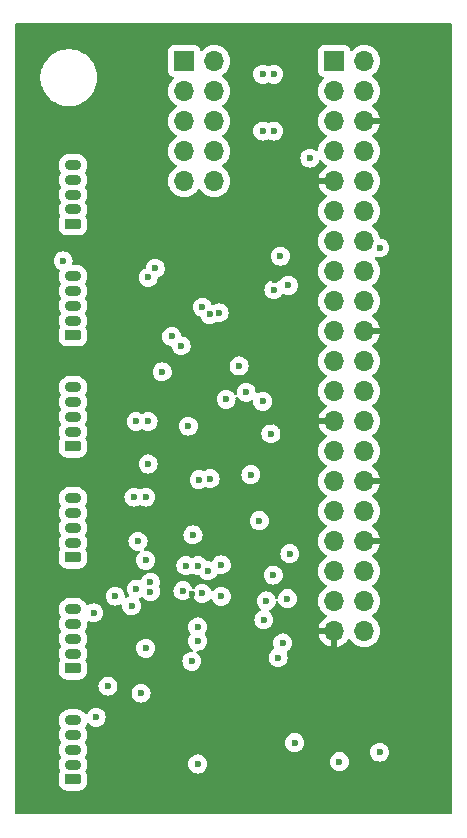
<source format=gbr>
%TF.GenerationSoftware,KiCad,Pcbnew,8.0.7*%
%TF.CreationDate,2025-01-23T07:49:24-08:00*%
%TF.ProjectId,plex-loader,706c6578-2d6c-46f6-9164-65722e6b6963,rev?*%
%TF.SameCoordinates,Original*%
%TF.FileFunction,Copper,L3,Inr*%
%TF.FilePolarity,Positive*%
%FSLAX46Y46*%
G04 Gerber Fmt 4.6, Leading zero omitted, Abs format (unit mm)*
G04 Created by KiCad (PCBNEW 8.0.7) date 2025-01-23 07:49:24*
%MOMM*%
%LPD*%
G01*
G04 APERTURE LIST*
G04 Aperture macros list*
%AMRoundRect*
0 Rectangle with rounded corners*
0 $1 Rounding radius*
0 $2 $3 $4 $5 $6 $7 $8 $9 X,Y pos of 4 corners*
0 Add a 4 corners polygon primitive as box body*
4,1,4,$2,$3,$4,$5,$6,$7,$8,$9,$2,$3,0*
0 Add four circle primitives for the rounded corners*
1,1,$1+$1,$2,$3*
1,1,$1+$1,$4,$5*
1,1,$1+$1,$6,$7*
1,1,$1+$1,$8,$9*
0 Add four rect primitives between the rounded corners*
20,1,$1+$1,$2,$3,$4,$5,0*
20,1,$1+$1,$4,$5,$6,$7,0*
20,1,$1+$1,$6,$7,$8,$9,0*
20,1,$1+$1,$8,$9,$2,$3,0*%
G04 Aperture macros list end*
%TA.AperFunction,ComponentPad*%
%ADD10RoundRect,0.225000X0.475000X-0.225000X0.475000X0.225000X-0.475000X0.225000X-0.475000X-0.225000X0*%
%TD*%
%TA.AperFunction,ComponentPad*%
%ADD11O,1.400000X0.900000*%
%TD*%
%TA.AperFunction,ComponentPad*%
%ADD12R,1.700000X1.700000*%
%TD*%
%TA.AperFunction,ComponentPad*%
%ADD13O,1.700000X1.700000*%
%TD*%
%TA.AperFunction,ViaPad*%
%ADD14C,0.600000*%
%TD*%
G04 APERTURE END LIST*
D10*
%TO.N,/MCLR6*%
%TO.C,J6*%
X55432500Y-114500000D03*
D11*
%TO.N,unconnected-(J6-Pin_2-Pad2)*%
X55432500Y-113250000D03*
%TO.N,unconnected-(J6-Pin_3-Pad3)*%
X55432500Y-112000000D03*
%TO.N,/PGD6*%
X55432500Y-110750000D03*
%TO.N,/PGC6*%
X55432500Y-109500000D03*
%TD*%
D12*
%TO.N,unconnected-(J10-Pin_1-Pad1)*%
%TO.C,J10*%
X64859000Y-53683000D03*
D13*
%TO.N,unconnected-(J10-Pin_2-Pad2)*%
X67399000Y-53683000D03*
%TO.N,unconnected-(J10-Pin_3-Pad3)*%
X64859000Y-56223000D03*
%TO.N,unconnected-(J10-Pin_4-Pad4)*%
X67399000Y-56223000D03*
%TO.N,unconnected-(J10-Pin_5-Pad5)*%
X64859000Y-58763000D03*
%TO.N,unconnected-(J10-Pin_6-Pad6)*%
X67399000Y-58763000D03*
%TO.N,unconnected-(J10-Pin_7-Pad7)*%
X64859000Y-61303000D03*
%TO.N,unconnected-(J10-Pin_8-Pad8)*%
X67399000Y-61303000D03*
%TO.N,unconnected-(J10-Pin_9-Pad9)*%
X64859000Y-63843000D03*
%TO.N,unconnected-(J10-Pin_10-Pad10)*%
X67399000Y-63843000D03*
%TD*%
D10*
%TO.N,/MCLR3*%
%TO.C,J3*%
X55432500Y-86300000D03*
D11*
%TO.N,unconnected-(J3-Pin_2-Pad2)*%
X55432500Y-85050000D03*
%TO.N,unconnected-(J3-Pin_3-Pad3)*%
X55432500Y-83800000D03*
%TO.N,/PGD3*%
X55432500Y-82550000D03*
%TO.N,/PGC3*%
X55432500Y-81300000D03*
%TD*%
D10*
%TO.N,/MCLR4*%
%TO.C,J4*%
X55432500Y-95700000D03*
D11*
%TO.N,unconnected-(J4-Pin_2-Pad2)*%
X55432500Y-94450000D03*
%TO.N,unconnected-(J4-Pin_3-Pad3)*%
X55432500Y-93200000D03*
%TO.N,/PGD4*%
X55432500Y-91950000D03*
%TO.N,/PGC4*%
X55432500Y-90700000D03*
%TD*%
D12*
%TO.N,+3.3V*%
%TO.C,J9*%
X77559000Y-53683000D03*
D13*
%TO.N,+5V*%
X80099000Y-53683000D03*
%TO.N,/GPIO2*%
X77559000Y-56223000D03*
%TO.N,+5V*%
X80099000Y-56223000D03*
%TO.N,/GPIO3*%
X77559000Y-58763000D03*
%TO.N,GND*%
X80099000Y-58763000D03*
%TO.N,unconnected-(J9-Pin_7-Pad7)*%
X77559000Y-61303000D03*
%TO.N,unconnected-(J9-Pin_8-Pad8)*%
X80099000Y-61303000D03*
%TO.N,GND*%
X77559000Y-63843000D03*
%TO.N,unconnected-(J9-Pin_10-Pad10)*%
X80099000Y-63843000D03*
%TO.N,/GPIO17*%
X77559000Y-66383000D03*
%TO.N,/GPIO18*%
X80099000Y-66383000D03*
%TO.N,/GPIO27*%
X77559000Y-68923000D03*
%TO.N,GND*%
X80099000Y-68923000D03*
%TO.N,/GPIO22*%
X77559000Y-71463000D03*
%TO.N,/GPIO23*%
X80099000Y-71463000D03*
%TO.N,+3.3V*%
X77559000Y-74003000D03*
%TO.N,/GPIO24*%
X80099000Y-74003000D03*
%TO.N,/GPIO10*%
X77559000Y-76543000D03*
%TO.N,GND*%
X80099000Y-76543000D03*
%TO.N,unconnected-(J9-Pin_21-Pad21)*%
X77559000Y-79083000D03*
%TO.N,/GPIO25*%
X80099000Y-79083000D03*
%TO.N,unconnected-(J9-Pin_23-Pad23)*%
X77559000Y-81623000D03*
%TO.N,unconnected-(J9-Pin_24-Pad24)*%
X80099000Y-81623000D03*
%TO.N,GND*%
X77559000Y-84163000D03*
%TO.N,unconnected-(J9-Pin_26-Pad26)*%
X80099000Y-84163000D03*
%TO.N,unconnected-(J9-Pin_27-Pad27)*%
X77559000Y-86703000D03*
%TO.N,unconnected-(J9-Pin_28-Pad28)*%
X80099000Y-86703000D03*
%TO.N,unconnected-(J9-Pin_29-Pad29)*%
X77559000Y-89243000D03*
%TO.N,GND*%
X80099000Y-89243000D03*
%TO.N,unconnected-(J9-Pin_31-Pad31)*%
X77559000Y-91783000D03*
%TO.N,unconnected-(J9-Pin_32-Pad32)*%
X80099000Y-91783000D03*
%TO.N,unconnected-(J9-Pin_33-Pad33)*%
X77559000Y-94323000D03*
%TO.N,GND*%
X80099000Y-94323000D03*
%TO.N,unconnected-(J9-Pin_35-Pad35)*%
X77559000Y-96863000D03*
%TO.N,unconnected-(J9-Pin_36-Pad36)*%
X80099000Y-96863000D03*
%TO.N,unconnected-(J9-Pin_37-Pad37)*%
X77559000Y-99403000D03*
%TO.N,unconnected-(J9-Pin_38-Pad38)*%
X80099000Y-99403000D03*
%TO.N,GND*%
X77559000Y-101943000D03*
%TO.N,unconnected-(J9-Pin_40-Pad40)*%
X80099000Y-101943000D03*
%TD*%
D10*
%TO.N,/MCLR2*%
%TO.C,J2*%
X55432500Y-76900000D03*
D11*
%TO.N,unconnected-(J2-Pin_2-Pad2)*%
X55432500Y-75650000D03*
%TO.N,unconnected-(J2-Pin_3-Pad3)*%
X55432500Y-74400000D03*
%TO.N,/PGD2*%
X55432500Y-73150000D03*
%TO.N,/PGC2*%
X55432500Y-71900000D03*
%TD*%
D10*
%TO.N,/MCLR5*%
%TO.C,J5*%
X55432500Y-105100000D03*
D11*
%TO.N,unconnected-(J5-Pin_2-Pad2)*%
X55432500Y-103850000D03*
%TO.N,unconnected-(J5-Pin_3-Pad3)*%
X55432500Y-102600000D03*
%TO.N,/PGD5*%
X55432500Y-101350000D03*
%TO.N,/PGC5*%
X55432500Y-100100000D03*
%TD*%
D10*
%TO.N,/MCLR1*%
%TO.C,J1*%
X55432500Y-67500000D03*
D11*
%TO.N,unconnected-(J1-Pin_2-Pad2)*%
X55432500Y-66250000D03*
%TO.N,unconnected-(J1-Pin_3-Pad3)*%
X55432500Y-65000000D03*
%TO.N,/PGD1*%
X55432500Y-63750000D03*
%TO.N,/PGC1*%
X55432500Y-62500000D03*
%TD*%
D14*
%TO.N,/GPIO10*%
X73000000Y-70200000D03*
X65200000Y-84600000D03*
X61600000Y-90600000D03*
%TO.N,GND*%
X59800000Y-77200000D03*
X72400000Y-96200000D03*
X72522353Y-72257342D03*
X81331500Y-104600000D03*
X74600000Y-109200000D03*
X60400000Y-115200000D03*
X58500000Y-87600000D03*
X73975735Y-79175735D03*
X57400000Y-106000000D03*
X74800000Y-106000000D03*
X78831500Y-104600000D03*
X57400000Y-96000000D03*
X65547484Y-98774999D03*
X59000000Y-68600000D03*
X72200000Y-84266301D03*
X62200000Y-113800000D03*
%TO.N,+3.3V*%
X75500000Y-61900000D03*
X81400000Y-69500000D03*
%TO.N,/PGD1*%
X61800000Y-72000000D03*
X61800000Y-84200000D03*
%TO.N,/PGC2*%
X61600000Y-95948930D03*
X65000000Y-96400000D03*
%TO.N,/PGC3*%
X62000000Y-98600000D03*
X64747481Y-98524998D03*
X59005855Y-98984280D03*
%TO.N,/MCLR3*%
X66397936Y-74524998D03*
%TO.N,/MCLR4*%
X67000000Y-75124998D03*
%TO.N,/PGC4*%
X66000000Y-96400000D03*
X65600000Y-93800000D03*
%TO.N,/PGC5*%
X62000000Y-97800000D03*
X66880996Y-96832467D03*
%TO.N,/MCLR5*%
X67800000Y-75000000D03*
%TO.N,/PGD5*%
X66123526Y-89125001D03*
X60800000Y-98384280D03*
%TO.N,/MCLR6*%
X70100000Y-81729275D03*
X72800000Y-104200000D03*
%TO.N,/PGD6*%
X71600000Y-101000000D03*
X71220728Y-92600000D03*
%TO.N,/PGC8*%
X65500000Y-104500000D03*
%TO.N,/MCLR8*%
X69500000Y-79500000D03*
%TO.N,/PGD8*%
X67048528Y-89048528D03*
%TO.N,/GPIO23*%
X73800000Y-95400000D03*
X71800000Y-99400000D03*
%TO.N,/GPIO22*%
X71500000Y-82500000D03*
%TO.N,/GPIO27*%
X73675735Y-72675735D03*
%TO.N,/GPIO18*%
X64600000Y-77800000D03*
%TO.N,/GPIO17*%
X60600000Y-90600000D03*
X62999997Y-80000000D03*
X62400000Y-71241051D03*
%TO.N,/GPIO24*%
X70500000Y-88700351D03*
%TO.N,VDD*%
X68000000Y-99000000D03*
X72449960Y-54807600D03*
X71500000Y-54807600D03*
X66388236Y-98763235D03*
X66000000Y-113200000D03*
X71500000Y-59607600D03*
X72400000Y-97200000D03*
X72200000Y-85226301D03*
X58400000Y-106600000D03*
X72449960Y-59607600D03*
X73600000Y-99200000D03*
X81400000Y-112200000D03*
X72448969Y-73053971D03*
%TO.N,/GPIO2*%
X73200000Y-102951473D03*
%TO.N,/GPIO3*%
X68400000Y-82324265D03*
X63800000Y-77000000D03*
%TO.N,/dspic/B2*%
X57400000Y-109248750D03*
%TO.N,/dspic/B3*%
X61200000Y-107200000D03*
%TO.N,/dspic/B4*%
X54600000Y-70600000D03*
X57200000Y-100400000D03*
X61600000Y-103400000D03*
%TO.N,/dspic/B5*%
X68000000Y-96340877D03*
X61800000Y-87800000D03*
X60800000Y-84200000D03*
%TO.N,/dspic/B6*%
X60943094Y-94343094D03*
X60400000Y-99800000D03*
X66000000Y-101600000D03*
%TO.N,/dspic/B7*%
X66000000Y-102800000D03*
%TO.N,/dspic/B10*%
X78000000Y-113000000D03*
%TO.N,/dspic/B11*%
X74200000Y-111400000D03*
%TD*%
%TA.AperFunction,Conductor*%
%TO.N,GND*%
G36*
X87492939Y-50520185D02*
G01*
X87538694Y-50572989D01*
X87549900Y-50624500D01*
X87549900Y-117350900D01*
X87530215Y-117417939D01*
X87477411Y-117463694D01*
X87425900Y-117474900D01*
X50624500Y-117474900D01*
X50557461Y-117455215D01*
X50511706Y-117402411D01*
X50500500Y-117350900D01*
X50500500Y-109406379D01*
X54232000Y-109406379D01*
X54232000Y-109593620D01*
X54268525Y-109777243D01*
X54268527Y-109777251D01*
X54340176Y-109950228D01*
X54340180Y-109950235D01*
X54410923Y-110056110D01*
X54431800Y-110122787D01*
X54413315Y-110190167D01*
X54410923Y-110193890D01*
X54340180Y-110299764D01*
X54340176Y-110299771D01*
X54268527Y-110472748D01*
X54268525Y-110472756D01*
X54232000Y-110656379D01*
X54232000Y-110843620D01*
X54268525Y-111027243D01*
X54268527Y-111027251D01*
X54340176Y-111200228D01*
X54340180Y-111200235D01*
X54410923Y-111306110D01*
X54431800Y-111372787D01*
X54413315Y-111440167D01*
X54410923Y-111443890D01*
X54340180Y-111549764D01*
X54340176Y-111549771D01*
X54268527Y-111722748D01*
X54268525Y-111722756D01*
X54232000Y-111906379D01*
X54232000Y-112093620D01*
X54268525Y-112277243D01*
X54268527Y-112277251D01*
X54340176Y-112450228D01*
X54340180Y-112450235D01*
X54410923Y-112556110D01*
X54431800Y-112622787D01*
X54413315Y-112690167D01*
X54410923Y-112693890D01*
X54340180Y-112799764D01*
X54340176Y-112799771D01*
X54268527Y-112972748D01*
X54268525Y-112972756D01*
X54232000Y-113156379D01*
X54232000Y-113343620D01*
X54268525Y-113527243D01*
X54268527Y-113527251D01*
X54340177Y-113700230D01*
X54341535Y-113702262D01*
X54357254Y-113725788D01*
X54358041Y-113726965D01*
X54378919Y-113793643D01*
X54360478Y-113860953D01*
X54295498Y-113966300D01*
X54295496Y-113966305D01*
X54242151Y-114127290D01*
X54232000Y-114226647D01*
X54232000Y-114773337D01*
X54232001Y-114773355D01*
X54242150Y-114872707D01*
X54242151Y-114872710D01*
X54295496Y-115033694D01*
X54295501Y-115033705D01*
X54384529Y-115178040D01*
X54384532Y-115178044D01*
X54504455Y-115297967D01*
X54504459Y-115297970D01*
X54648794Y-115386998D01*
X54648797Y-115386999D01*
X54648803Y-115387003D01*
X54809792Y-115440349D01*
X54909155Y-115450500D01*
X55955844Y-115450499D01*
X55955852Y-115450498D01*
X55955855Y-115450498D01*
X56010260Y-115444940D01*
X56055208Y-115440349D01*
X56216197Y-115387003D01*
X56360544Y-115297968D01*
X56480468Y-115178044D01*
X56569503Y-115033697D01*
X56622849Y-114872708D01*
X56633000Y-114773345D01*
X56632999Y-114226656D01*
X56622849Y-114127292D01*
X56569503Y-113966303D01*
X56504521Y-113860952D01*
X56486081Y-113793561D01*
X56506959Y-113726964D01*
X56524822Y-113700231D01*
X56596473Y-113527251D01*
X56633000Y-113343616D01*
X56633000Y-113199996D01*
X65194435Y-113199996D01*
X65194435Y-113200003D01*
X65214630Y-113379249D01*
X65214631Y-113379254D01*
X65274211Y-113549523D01*
X65324662Y-113629815D01*
X65370184Y-113702262D01*
X65497738Y-113829816D01*
X65650478Y-113925789D01*
X65766266Y-113966305D01*
X65820745Y-113985368D01*
X65820750Y-113985369D01*
X65999996Y-114005565D01*
X66000000Y-114005565D01*
X66000004Y-114005565D01*
X66179249Y-113985369D01*
X66179252Y-113985368D01*
X66179255Y-113985368D01*
X66349522Y-113925789D01*
X66502262Y-113829816D01*
X66629816Y-113702262D01*
X66725789Y-113549522D01*
X66785368Y-113379255D01*
X66789383Y-113343620D01*
X66805565Y-113200003D01*
X66805565Y-113199996D01*
X66785369Y-113020750D01*
X66785368Y-113020745D01*
X66778108Y-112999996D01*
X77194435Y-112999996D01*
X77194435Y-113000003D01*
X77214630Y-113179249D01*
X77214631Y-113179254D01*
X77274211Y-113349523D01*
X77370184Y-113502262D01*
X77497738Y-113629816D01*
X77650478Y-113725789D01*
X77820745Y-113785368D01*
X77820750Y-113785369D01*
X77999996Y-113805565D01*
X78000000Y-113805565D01*
X78000004Y-113805565D01*
X78179249Y-113785369D01*
X78179252Y-113785368D01*
X78179255Y-113785368D01*
X78349522Y-113725789D01*
X78502262Y-113629816D01*
X78629816Y-113502262D01*
X78725789Y-113349522D01*
X78785368Y-113179255D01*
X78787945Y-113156383D01*
X78805565Y-113000003D01*
X78805565Y-112999996D01*
X78785369Y-112820750D01*
X78785368Y-112820745D01*
X78742326Y-112697738D01*
X78725789Y-112650478D01*
X78721776Y-112644092D01*
X78668833Y-112559833D01*
X78629816Y-112497738D01*
X78502262Y-112370184D01*
X78349523Y-112274211D01*
X78179254Y-112214631D01*
X78179249Y-112214630D01*
X78049362Y-112199996D01*
X80594435Y-112199996D01*
X80594435Y-112200003D01*
X80614630Y-112379249D01*
X80614631Y-112379254D01*
X80674211Y-112549523D01*
X80764924Y-112693891D01*
X80770184Y-112702262D01*
X80897738Y-112829816D01*
X81050478Y-112925789D01*
X81184679Y-112972748D01*
X81220745Y-112985368D01*
X81220750Y-112985369D01*
X81399996Y-113005565D01*
X81400000Y-113005565D01*
X81400004Y-113005565D01*
X81579249Y-112985369D01*
X81579252Y-112985368D01*
X81579255Y-112985368D01*
X81749522Y-112925789D01*
X81902262Y-112829816D01*
X82029816Y-112702262D01*
X82125789Y-112549522D01*
X82185368Y-112379255D01*
X82197204Y-112274211D01*
X82205565Y-112200003D01*
X82205565Y-112199996D01*
X82185369Y-112020750D01*
X82185368Y-112020745D01*
X82145351Y-111906383D01*
X82125789Y-111850478D01*
X82029816Y-111697738D01*
X81902262Y-111570184D01*
X81869761Y-111549762D01*
X81749523Y-111474211D01*
X81579254Y-111414631D01*
X81579249Y-111414630D01*
X81400004Y-111394435D01*
X81399996Y-111394435D01*
X81220750Y-111414630D01*
X81220745Y-111414631D01*
X81050476Y-111474211D01*
X80897737Y-111570184D01*
X80770184Y-111697737D01*
X80674211Y-111850476D01*
X80614631Y-112020745D01*
X80614630Y-112020750D01*
X80594435Y-112199996D01*
X78049362Y-112199996D01*
X78000004Y-112194435D01*
X77999996Y-112194435D01*
X77820750Y-112214630D01*
X77820745Y-112214631D01*
X77650476Y-112274211D01*
X77497737Y-112370184D01*
X77370184Y-112497737D01*
X77274211Y-112650476D01*
X77214631Y-112820745D01*
X77214630Y-112820750D01*
X77194435Y-112999996D01*
X66778108Y-112999996D01*
X66725788Y-112850476D01*
X66686582Y-112788080D01*
X66629816Y-112697738D01*
X66502262Y-112570184D01*
X66349523Y-112474211D01*
X66179254Y-112414631D01*
X66179249Y-112414630D01*
X66000004Y-112394435D01*
X65999996Y-112394435D01*
X65820750Y-112414630D01*
X65820745Y-112414631D01*
X65650476Y-112474211D01*
X65497737Y-112570184D01*
X65370184Y-112697737D01*
X65274211Y-112850476D01*
X65214631Y-113020745D01*
X65214630Y-113020750D01*
X65194435Y-113199996D01*
X56633000Y-113199996D01*
X56633000Y-113156384D01*
X56596473Y-112972749D01*
X56524822Y-112799769D01*
X56524819Y-112799764D01*
X56524818Y-112799762D01*
X56454077Y-112693891D01*
X56433199Y-112627213D01*
X56451683Y-112559833D01*
X56454077Y-112556109D01*
X56524818Y-112450237D01*
X56524819Y-112450235D01*
X56524822Y-112450231D01*
X56596473Y-112277251D01*
X56633000Y-112093616D01*
X56633000Y-111906384D01*
X56596473Y-111722749D01*
X56524822Y-111549769D01*
X56524819Y-111549764D01*
X56524818Y-111549762D01*
X56454077Y-111443891D01*
X56440333Y-111399996D01*
X73394435Y-111399996D01*
X73394435Y-111400003D01*
X73414630Y-111579249D01*
X73414631Y-111579254D01*
X73474211Y-111749523D01*
X73537646Y-111850478D01*
X73570184Y-111902262D01*
X73697738Y-112029816D01*
X73850478Y-112125789D01*
X74020745Y-112185368D01*
X74020750Y-112185369D01*
X74199996Y-112205565D01*
X74200000Y-112205565D01*
X74200004Y-112205565D01*
X74379249Y-112185369D01*
X74379252Y-112185368D01*
X74379255Y-112185368D01*
X74549522Y-112125789D01*
X74702262Y-112029816D01*
X74829816Y-111902262D01*
X74925789Y-111749522D01*
X74985368Y-111579255D01*
X74988690Y-111549771D01*
X75005565Y-111400003D01*
X75005565Y-111399996D01*
X74985369Y-111220750D01*
X74985368Y-111220745D01*
X74925788Y-111050476D01*
X74829815Y-110897737D01*
X74702262Y-110770184D01*
X74549523Y-110674211D01*
X74379254Y-110614631D01*
X74379249Y-110614630D01*
X74200004Y-110594435D01*
X74199996Y-110594435D01*
X74020750Y-110614630D01*
X74020745Y-110614631D01*
X73850476Y-110674211D01*
X73697737Y-110770184D01*
X73570184Y-110897737D01*
X73474211Y-111050476D01*
X73414631Y-111220745D01*
X73414630Y-111220750D01*
X73394435Y-111399996D01*
X56440333Y-111399996D01*
X56433199Y-111377213D01*
X56451683Y-111309833D01*
X56454077Y-111306109D01*
X56524818Y-111200237D01*
X56524819Y-111200235D01*
X56524822Y-111200231D01*
X56596473Y-111027251D01*
X56633000Y-110843616D01*
X56633000Y-110656384D01*
X56596473Y-110472749D01*
X56524822Y-110299769D01*
X56524819Y-110299764D01*
X56524818Y-110299762D01*
X56454077Y-110193891D01*
X56433199Y-110127213D01*
X56451683Y-110059833D01*
X56454077Y-110056109D01*
X56524818Y-109950237D01*
X56524819Y-109950235D01*
X56524822Y-109950231D01*
X56584019Y-109807316D01*
X56627860Y-109752914D01*
X56694154Y-109730849D01*
X56761853Y-109748128D01*
X56786261Y-109767089D01*
X56897738Y-109878566D01*
X56988080Y-109935332D01*
X57011801Y-109950237D01*
X57050478Y-109974539D01*
X57220745Y-110034118D01*
X57220750Y-110034119D01*
X57399996Y-110054315D01*
X57400000Y-110054315D01*
X57400004Y-110054315D01*
X57579249Y-110034119D01*
X57579252Y-110034118D01*
X57579255Y-110034118D01*
X57749522Y-109974539D01*
X57902262Y-109878566D01*
X58029816Y-109751012D01*
X58125789Y-109598272D01*
X58185368Y-109428005D01*
X58205565Y-109248750D01*
X58202636Y-109222756D01*
X58185369Y-109069500D01*
X58185368Y-109069495D01*
X58153794Y-108979262D01*
X58125789Y-108899228D01*
X58122559Y-108894088D01*
X58029815Y-108746487D01*
X57902262Y-108618934D01*
X57749523Y-108522961D01*
X57579254Y-108463381D01*
X57579249Y-108463380D01*
X57400004Y-108443185D01*
X57399996Y-108443185D01*
X57220750Y-108463380D01*
X57220745Y-108463381D01*
X57050476Y-108522961D01*
X56897737Y-108618934D01*
X56770184Y-108746487D01*
X56674208Y-108899230D01*
X56670372Y-108910196D01*
X56629650Y-108966972D01*
X56564697Y-108992719D01*
X56496136Y-108979262D01*
X56450229Y-108938132D01*
X56420802Y-108894092D01*
X56420799Y-108894088D01*
X56288411Y-108761700D01*
X56288407Y-108761697D01*
X56132737Y-108657681D01*
X56132728Y-108657676D01*
X55959751Y-108586027D01*
X55959743Y-108586025D01*
X55776120Y-108549500D01*
X55776116Y-108549500D01*
X55088884Y-108549500D01*
X55088879Y-108549500D01*
X54905256Y-108586025D01*
X54905248Y-108586027D01*
X54732271Y-108657676D01*
X54732262Y-108657681D01*
X54576592Y-108761697D01*
X54576588Y-108761700D01*
X54444200Y-108894088D01*
X54444197Y-108894092D01*
X54340181Y-109049762D01*
X54340176Y-109049771D01*
X54268527Y-109222748D01*
X54268525Y-109222756D01*
X54232000Y-109406379D01*
X50500500Y-109406379D01*
X50500500Y-106599996D01*
X57594435Y-106599996D01*
X57594435Y-106600003D01*
X57614630Y-106779249D01*
X57614631Y-106779254D01*
X57674211Y-106949523D01*
X57770184Y-107102262D01*
X57897738Y-107229816D01*
X58050478Y-107325789D01*
X58203258Y-107379249D01*
X58220745Y-107385368D01*
X58220750Y-107385369D01*
X58399996Y-107405565D01*
X58400000Y-107405565D01*
X58400004Y-107405565D01*
X58579249Y-107385369D01*
X58579252Y-107385368D01*
X58579255Y-107385368D01*
X58749522Y-107325789D01*
X58902262Y-107229816D01*
X58932082Y-107199996D01*
X60394435Y-107199996D01*
X60394435Y-107200003D01*
X60414630Y-107379249D01*
X60414631Y-107379254D01*
X60474211Y-107549523D01*
X60570184Y-107702262D01*
X60697738Y-107829816D01*
X60850478Y-107925789D01*
X61020745Y-107985368D01*
X61020750Y-107985369D01*
X61199996Y-108005565D01*
X61200000Y-108005565D01*
X61200004Y-108005565D01*
X61379249Y-107985369D01*
X61379252Y-107985368D01*
X61379255Y-107985368D01*
X61549522Y-107925789D01*
X61702262Y-107829816D01*
X61829816Y-107702262D01*
X61925789Y-107549522D01*
X61985368Y-107379255D01*
X61991392Y-107325789D01*
X62005565Y-107200003D01*
X62005565Y-107199996D01*
X61985369Y-107020750D01*
X61985368Y-107020745D01*
X61925788Y-106850476D01*
X61829815Y-106697737D01*
X61702262Y-106570184D01*
X61549523Y-106474211D01*
X61379254Y-106414631D01*
X61379249Y-106414630D01*
X61200004Y-106394435D01*
X61199996Y-106394435D01*
X61020750Y-106414630D01*
X61020745Y-106414631D01*
X60850476Y-106474211D01*
X60697737Y-106570184D01*
X60570184Y-106697737D01*
X60474211Y-106850476D01*
X60414631Y-107020745D01*
X60414630Y-107020750D01*
X60394435Y-107199996D01*
X58932082Y-107199996D01*
X59029816Y-107102262D01*
X59125789Y-106949522D01*
X59185368Y-106779255D01*
X59205565Y-106600000D01*
X59191392Y-106474211D01*
X59185369Y-106420750D01*
X59185368Y-106420745D01*
X59125788Y-106250476D01*
X59029815Y-106097737D01*
X58902262Y-105970184D01*
X58749523Y-105874211D01*
X58579254Y-105814631D01*
X58579249Y-105814630D01*
X58400004Y-105794435D01*
X58399996Y-105794435D01*
X58220750Y-105814630D01*
X58220745Y-105814631D01*
X58050476Y-105874211D01*
X57897737Y-105970184D01*
X57770184Y-106097737D01*
X57674211Y-106250476D01*
X57614631Y-106420745D01*
X57614630Y-106420750D01*
X57594435Y-106599996D01*
X50500500Y-106599996D01*
X50500500Y-100006379D01*
X54232000Y-100006379D01*
X54232000Y-100193620D01*
X54268525Y-100377243D01*
X54268527Y-100377251D01*
X54340176Y-100550228D01*
X54340180Y-100550235D01*
X54410923Y-100656110D01*
X54431800Y-100722787D01*
X54413315Y-100790167D01*
X54410923Y-100793890D01*
X54340180Y-100899764D01*
X54340176Y-100899771D01*
X54268527Y-101072748D01*
X54268525Y-101072756D01*
X54232001Y-101256374D01*
X54232000Y-101256383D01*
X54232000Y-101443620D01*
X54268525Y-101627243D01*
X54268527Y-101627251D01*
X54340176Y-101800228D01*
X54340180Y-101800235D01*
X54410923Y-101906110D01*
X54431800Y-101972787D01*
X54413315Y-102040167D01*
X54410923Y-102043890D01*
X54340180Y-102149764D01*
X54340176Y-102149771D01*
X54268527Y-102322748D01*
X54268525Y-102322756D01*
X54232000Y-102506379D01*
X54232000Y-102693620D01*
X54268525Y-102877243D01*
X54268527Y-102877251D01*
X54340176Y-103050228D01*
X54340180Y-103050235D01*
X54410923Y-103156110D01*
X54431800Y-103222787D01*
X54413315Y-103290167D01*
X54410923Y-103293890D01*
X54340180Y-103399764D01*
X54340176Y-103399771D01*
X54268527Y-103572748D01*
X54268525Y-103572756D01*
X54232000Y-103756379D01*
X54232000Y-103943620D01*
X54268525Y-104127243D01*
X54268527Y-104127251D01*
X54340177Y-104300230D01*
X54358041Y-104326965D01*
X54378919Y-104393643D01*
X54360478Y-104460953D01*
X54295498Y-104566300D01*
X54295496Y-104566305D01*
X54242151Y-104727290D01*
X54232000Y-104826647D01*
X54232000Y-105373337D01*
X54232001Y-105373355D01*
X54242150Y-105472707D01*
X54242151Y-105472710D01*
X54295496Y-105633694D01*
X54295501Y-105633705D01*
X54384529Y-105778040D01*
X54384532Y-105778044D01*
X54504455Y-105897967D01*
X54504459Y-105897970D01*
X54648794Y-105986998D01*
X54648797Y-105986999D01*
X54648803Y-105987003D01*
X54809792Y-106040349D01*
X54909155Y-106050500D01*
X55955844Y-106050499D01*
X55955852Y-106050498D01*
X55955855Y-106050498D01*
X56010260Y-106044940D01*
X56055208Y-106040349D01*
X56216197Y-105987003D01*
X56360544Y-105897968D01*
X56480468Y-105778044D01*
X56569503Y-105633697D01*
X56622849Y-105472708D01*
X56633000Y-105373345D01*
X56632999Y-104826656D01*
X56622849Y-104727292D01*
X56569503Y-104566303D01*
X56528604Y-104499996D01*
X64694435Y-104499996D01*
X64694435Y-104500003D01*
X64714630Y-104679249D01*
X64714631Y-104679254D01*
X64774211Y-104849523D01*
X64859569Y-104985368D01*
X64870184Y-105002262D01*
X64997738Y-105129816D01*
X65150478Y-105225789D01*
X65320745Y-105285368D01*
X65320750Y-105285369D01*
X65499996Y-105305565D01*
X65500000Y-105305565D01*
X65500004Y-105305565D01*
X65679249Y-105285369D01*
X65679252Y-105285368D01*
X65679255Y-105285368D01*
X65849522Y-105225789D01*
X66002262Y-105129816D01*
X66129816Y-105002262D01*
X66225789Y-104849522D01*
X66285368Y-104679255D01*
X66285369Y-104679249D01*
X66305565Y-104500003D01*
X66305565Y-104499996D01*
X66285369Y-104320750D01*
X66285368Y-104320745D01*
X66245065Y-104205565D01*
X66243116Y-104199996D01*
X71994435Y-104199996D01*
X71994435Y-104200003D01*
X72014630Y-104379249D01*
X72014631Y-104379254D01*
X72074211Y-104549523D01*
X72084752Y-104566298D01*
X72170184Y-104702262D01*
X72297738Y-104829816D01*
X72450478Y-104925789D01*
X72620745Y-104985368D01*
X72620750Y-104985369D01*
X72799996Y-105005565D01*
X72800000Y-105005565D01*
X72800004Y-105005565D01*
X72979249Y-104985369D01*
X72979252Y-104985368D01*
X72979255Y-104985368D01*
X73149522Y-104925789D01*
X73302262Y-104829816D01*
X73429816Y-104702262D01*
X73525789Y-104549522D01*
X73585368Y-104379255D01*
X73591960Y-104320750D01*
X73605565Y-104200003D01*
X73605565Y-104199996D01*
X73585369Y-104020750D01*
X73585368Y-104020745D01*
X73525789Y-103850478D01*
X73520450Y-103841981D01*
X73501447Y-103774745D01*
X73521812Y-103707909D01*
X73559466Y-103671013D01*
X73702262Y-103581289D01*
X73829816Y-103453735D01*
X73925789Y-103300995D01*
X73985368Y-103130728D01*
X73994437Y-103050237D01*
X74005565Y-102951476D01*
X74005565Y-102951469D01*
X73985369Y-102772223D01*
X73985368Y-102772218D01*
X73951074Y-102674211D01*
X73925789Y-102601951D01*
X73921066Y-102594435D01*
X73865740Y-102506384D01*
X73829816Y-102449211D01*
X73702262Y-102321657D01*
X73648190Y-102287681D01*
X73549523Y-102225684D01*
X73379254Y-102166104D01*
X73379249Y-102166103D01*
X73200004Y-102145908D01*
X73199996Y-102145908D01*
X73020750Y-102166103D01*
X73020745Y-102166104D01*
X72850476Y-102225684D01*
X72697737Y-102321657D01*
X72570184Y-102449210D01*
X72474211Y-102601949D01*
X72414631Y-102772218D01*
X72414630Y-102772223D01*
X72394435Y-102951469D01*
X72394435Y-102951476D01*
X72414630Y-103130722D01*
X72414633Y-103130735D01*
X72474209Y-103300991D01*
X72474211Y-103300996D01*
X72479553Y-103309498D01*
X72498551Y-103376736D01*
X72478181Y-103443570D01*
X72440530Y-103480460D01*
X72297740Y-103570182D01*
X72297737Y-103570184D01*
X72170184Y-103697737D01*
X72074211Y-103850476D01*
X72014631Y-104020745D01*
X72014630Y-104020750D01*
X71994435Y-104199996D01*
X66243116Y-104199996D01*
X66225789Y-104150478D01*
X66211194Y-104127251D01*
X66129815Y-103997737D01*
X66002262Y-103870184D01*
X65957377Y-103841981D01*
X65944868Y-103834120D01*
X65898578Y-103781787D01*
X65887930Y-103712734D01*
X65916305Y-103648885D01*
X65974694Y-103610513D01*
X65996958Y-103605908D01*
X66179249Y-103585369D01*
X66179252Y-103585368D01*
X66179255Y-103585368D01*
X66349522Y-103525789D01*
X66502262Y-103429816D01*
X66629816Y-103302262D01*
X66725789Y-103149522D01*
X66785368Y-102979255D01*
X66788498Y-102951476D01*
X66805565Y-102800003D01*
X66805565Y-102799996D01*
X66785369Y-102620750D01*
X66785368Y-102620745D01*
X66745351Y-102506383D01*
X66725789Y-102450478D01*
X66724992Y-102449210D01*
X66629815Y-102297737D01*
X66619759Y-102287681D01*
X66586274Y-102226358D01*
X66591258Y-102156666D01*
X66619759Y-102112319D01*
X66629816Y-102102262D01*
X66725789Y-101949522D01*
X66785368Y-101779255D01*
X66786919Y-101765489D01*
X66805565Y-101600003D01*
X66805565Y-101599996D01*
X66785369Y-101420750D01*
X66785368Y-101420745D01*
X66730930Y-101265171D01*
X66725789Y-101250478D01*
X66629816Y-101097738D01*
X66532074Y-100999996D01*
X70794435Y-100999996D01*
X70794435Y-101000003D01*
X70814630Y-101179249D01*
X70814631Y-101179254D01*
X70874211Y-101349523D01*
X70932947Y-101443000D01*
X70970184Y-101502262D01*
X71097738Y-101629816D01*
X71107569Y-101635993D01*
X71221517Y-101707592D01*
X71250478Y-101725789D01*
X71363934Y-101765489D01*
X71420745Y-101785368D01*
X71420750Y-101785369D01*
X71599996Y-101805565D01*
X71600000Y-101805565D01*
X71600004Y-101805565D01*
X71779249Y-101785369D01*
X71779252Y-101785368D01*
X71779255Y-101785368D01*
X71949522Y-101725789D01*
X72102262Y-101629816D01*
X72229816Y-101502262D01*
X72325789Y-101349522D01*
X72385368Y-101179255D01*
X72391392Y-101125789D01*
X72405565Y-101000003D01*
X72405565Y-100999996D01*
X72385369Y-100820750D01*
X72385368Y-100820745D01*
X72363643Y-100758659D01*
X72325789Y-100650478D01*
X72229816Y-100497738D01*
X72102262Y-100370184D01*
X72102259Y-100370182D01*
X72087360Y-100360820D01*
X72041069Y-100308485D01*
X72030422Y-100239431D01*
X72058798Y-100175583D01*
X72112377Y-100138786D01*
X72149522Y-100125789D01*
X72302262Y-100029816D01*
X72429816Y-99902262D01*
X72525789Y-99749522D01*
X72585368Y-99579255D01*
X72594043Y-99502262D01*
X72597428Y-99472223D01*
X72624494Y-99407809D01*
X72682089Y-99368254D01*
X72751926Y-99366116D01*
X72811832Y-99402074D01*
X72837690Y-99445151D01*
X72874211Y-99549523D01*
X72943349Y-99659554D01*
X72970184Y-99702262D01*
X73097738Y-99829816D01*
X73151137Y-99863369D01*
X73205833Y-99897737D01*
X73250478Y-99925789D01*
X73403258Y-99979249D01*
X73420745Y-99985368D01*
X73420750Y-99985369D01*
X73599996Y-100005565D01*
X73600000Y-100005565D01*
X73600004Y-100005565D01*
X73779249Y-99985369D01*
X73779252Y-99985368D01*
X73779255Y-99985368D01*
X73949522Y-99925789D01*
X74102262Y-99829816D01*
X74229816Y-99702262D01*
X74325789Y-99549522D01*
X74385368Y-99379255D01*
X74386608Y-99368254D01*
X74405565Y-99200003D01*
X74405565Y-99199996D01*
X74385369Y-99020750D01*
X74385368Y-99020745D01*
X74372607Y-98984276D01*
X74325789Y-98850478D01*
X74307106Y-98820745D01*
X74273950Y-98767977D01*
X74229816Y-98697738D01*
X74102262Y-98570184D01*
X74054339Y-98540072D01*
X73949523Y-98474211D01*
X73779254Y-98414631D01*
X73779249Y-98414630D01*
X73600004Y-98394435D01*
X73599996Y-98394435D01*
X73420750Y-98414630D01*
X73420745Y-98414631D01*
X73250476Y-98474211D01*
X73097737Y-98570184D01*
X72970184Y-98697737D01*
X72874211Y-98850476D01*
X72814631Y-99020745D01*
X72814630Y-99020749D01*
X72802571Y-99127777D01*
X72775504Y-99192191D01*
X72717909Y-99231746D01*
X72648072Y-99233883D01*
X72588166Y-99197924D01*
X72562309Y-99154847D01*
X72562297Y-99154814D01*
X72525789Y-99050478D01*
X72429816Y-98897738D01*
X72302262Y-98770184D01*
X72291203Y-98763235D01*
X72149523Y-98674211D01*
X71979254Y-98614631D01*
X71979249Y-98614630D01*
X71800004Y-98594435D01*
X71799996Y-98594435D01*
X71620750Y-98614630D01*
X71620745Y-98614631D01*
X71450476Y-98674211D01*
X71297737Y-98770184D01*
X71170184Y-98897737D01*
X71074211Y-99050476D01*
X71014631Y-99220745D01*
X71014630Y-99220750D01*
X70994435Y-99399996D01*
X70994435Y-99400003D01*
X71014630Y-99579249D01*
X71014631Y-99579254D01*
X71074211Y-99749523D01*
X71147816Y-99866664D01*
X71170184Y-99902262D01*
X71297738Y-100029816D01*
X71312638Y-100039178D01*
X71358929Y-100091513D01*
X71369577Y-100160566D01*
X71341202Y-100224415D01*
X71287621Y-100261213D01*
X71250480Y-100274209D01*
X71097737Y-100370184D01*
X70970184Y-100497737D01*
X70874211Y-100650476D01*
X70814631Y-100820745D01*
X70814630Y-100820750D01*
X70794435Y-100999996D01*
X66532074Y-100999996D01*
X66502262Y-100970184D01*
X66349523Y-100874211D01*
X66179254Y-100814631D01*
X66179249Y-100814630D01*
X66000004Y-100794435D01*
X65999996Y-100794435D01*
X65820750Y-100814630D01*
X65820745Y-100814631D01*
X65650476Y-100874211D01*
X65497737Y-100970184D01*
X65370184Y-101097737D01*
X65274211Y-101250476D01*
X65214631Y-101420745D01*
X65214630Y-101420750D01*
X65194435Y-101599996D01*
X65194435Y-101600003D01*
X65214630Y-101779249D01*
X65214631Y-101779254D01*
X65274211Y-101949523D01*
X65370184Y-102102262D01*
X65380241Y-102112319D01*
X65413726Y-102173642D01*
X65408742Y-102243334D01*
X65380241Y-102287681D01*
X65370184Y-102297737D01*
X65274211Y-102450476D01*
X65214631Y-102620745D01*
X65214630Y-102620750D01*
X65194435Y-102799996D01*
X65194435Y-102800003D01*
X65214630Y-102979249D01*
X65214631Y-102979254D01*
X65274211Y-103149523D01*
X65370184Y-103302262D01*
X65497740Y-103429818D01*
X65555129Y-103465877D01*
X65601421Y-103518211D01*
X65612070Y-103587265D01*
X65583695Y-103651113D01*
X65525305Y-103689485D01*
X65503042Y-103694091D01*
X65320749Y-103714630D01*
X65320745Y-103714631D01*
X65150476Y-103774211D01*
X64997737Y-103870184D01*
X64870184Y-103997737D01*
X64774211Y-104150476D01*
X64714631Y-104320745D01*
X64714630Y-104320750D01*
X64694435Y-104499996D01*
X56528604Y-104499996D01*
X56504521Y-104460952D01*
X56486081Y-104393561D01*
X56506959Y-104326964D01*
X56524822Y-104300231D01*
X56596473Y-104127251D01*
X56633000Y-103943616D01*
X56633000Y-103756384D01*
X56596473Y-103572749D01*
X56524916Y-103399996D01*
X60794435Y-103399996D01*
X60794435Y-103400003D01*
X60814630Y-103579249D01*
X60814631Y-103579254D01*
X60874211Y-103749523D01*
X60937646Y-103850478D01*
X60970184Y-103902262D01*
X61097738Y-104029816D01*
X61250478Y-104125789D01*
X61420745Y-104185368D01*
X61420750Y-104185369D01*
X61599996Y-104205565D01*
X61600000Y-104205565D01*
X61600004Y-104205565D01*
X61779249Y-104185369D01*
X61779252Y-104185368D01*
X61779255Y-104185368D01*
X61949522Y-104125789D01*
X62102262Y-104029816D01*
X62229816Y-103902262D01*
X62325789Y-103749522D01*
X62385368Y-103579255D01*
X62385369Y-103579249D01*
X62405565Y-103400003D01*
X62405565Y-103399996D01*
X62385369Y-103220750D01*
X62385368Y-103220745D01*
X62353869Y-103130727D01*
X62325789Y-103050478D01*
X62325636Y-103050235D01*
X62229815Y-102897737D01*
X62102262Y-102770184D01*
X61949523Y-102674211D01*
X61779254Y-102614631D01*
X61779249Y-102614630D01*
X61600004Y-102594435D01*
X61599996Y-102594435D01*
X61420750Y-102614630D01*
X61420745Y-102614631D01*
X61250476Y-102674211D01*
X61097737Y-102770184D01*
X60970184Y-102897737D01*
X60874211Y-103050476D01*
X60814631Y-103220745D01*
X60814630Y-103220750D01*
X60794435Y-103399996D01*
X56524916Y-103399996D01*
X56524822Y-103399769D01*
X56524819Y-103399764D01*
X56524818Y-103399762D01*
X56454077Y-103293891D01*
X56433199Y-103227213D01*
X56451683Y-103159833D01*
X56454077Y-103156109D01*
X56524818Y-103050237D01*
X56524819Y-103050235D01*
X56524822Y-103050231D01*
X56596473Y-102877251D01*
X56633000Y-102693616D01*
X56633000Y-102506384D01*
X56596473Y-102322749D01*
X56524822Y-102149769D01*
X56524819Y-102149764D01*
X56524818Y-102149762D01*
X56454077Y-102043891D01*
X56433199Y-101977213D01*
X56451683Y-101909833D01*
X56454077Y-101906109D01*
X56524818Y-101800237D01*
X56524819Y-101800235D01*
X56524822Y-101800231D01*
X56596473Y-101627251D01*
X56633000Y-101443616D01*
X56633000Y-101256384D01*
X56628410Y-101233309D01*
X56634636Y-101163722D01*
X56677498Y-101108543D01*
X56743387Y-101085297D01*
X56811384Y-101101363D01*
X56815998Y-101104125D01*
X56850474Y-101125787D01*
X56850475Y-101125787D01*
X56850478Y-101125789D01*
X57003258Y-101179249D01*
X57020745Y-101185368D01*
X57020750Y-101185369D01*
X57199996Y-101205565D01*
X57200000Y-101205565D01*
X57200004Y-101205565D01*
X57379249Y-101185369D01*
X57379252Y-101185368D01*
X57379255Y-101185368D01*
X57549522Y-101125789D01*
X57702262Y-101029816D01*
X57829816Y-100902262D01*
X57925789Y-100749522D01*
X57985368Y-100579255D01*
X57986216Y-100571730D01*
X58005565Y-100400003D01*
X58005565Y-100399996D01*
X57985369Y-100220750D01*
X57985368Y-100220745D01*
X57960446Y-100149522D01*
X57925789Y-100050478D01*
X57922483Y-100045217D01*
X57881033Y-99979249D01*
X57829816Y-99897738D01*
X57702262Y-99770184D01*
X57669379Y-99749522D01*
X57549523Y-99674211D01*
X57379254Y-99614631D01*
X57379249Y-99614630D01*
X57200004Y-99594435D01*
X57199996Y-99594435D01*
X57020750Y-99614630D01*
X57020745Y-99614631D01*
X56850474Y-99674212D01*
X56724445Y-99753401D01*
X56657209Y-99772401D01*
X56590374Y-99752033D01*
X56545160Y-99698765D01*
X56543934Y-99695909D01*
X56524822Y-99649769D01*
X56524818Y-99649762D01*
X56420802Y-99494092D01*
X56420799Y-99494088D01*
X56288411Y-99361700D01*
X56288407Y-99361697D01*
X56132737Y-99257681D01*
X56132728Y-99257676D01*
X55959751Y-99186027D01*
X55959743Y-99186025D01*
X55776120Y-99149500D01*
X55776116Y-99149500D01*
X55088884Y-99149500D01*
X55088879Y-99149500D01*
X54905256Y-99186025D01*
X54905248Y-99186027D01*
X54732271Y-99257676D01*
X54732262Y-99257681D01*
X54576592Y-99361697D01*
X54576588Y-99361700D01*
X54444200Y-99494088D01*
X54444197Y-99494092D01*
X54340181Y-99649762D01*
X54340176Y-99649771D01*
X54268527Y-99822748D01*
X54268525Y-99822756D01*
X54232000Y-100006379D01*
X50500500Y-100006379D01*
X50500500Y-98984276D01*
X58200290Y-98984276D01*
X58200290Y-98984283D01*
X58220485Y-99163529D01*
X58220486Y-99163534D01*
X58280066Y-99333803D01*
X58350031Y-99445151D01*
X58376039Y-99486542D01*
X58503593Y-99614096D01*
X58656333Y-99710069D01*
X58769083Y-99749522D01*
X58826600Y-99769648D01*
X58826605Y-99769649D01*
X59005851Y-99789845D01*
X59005855Y-99789845D01*
X59005859Y-99789845D01*
X59185104Y-99769649D01*
X59185107Y-99769648D01*
X59185110Y-99769648D01*
X59355377Y-99710069D01*
X59405532Y-99678553D01*
X59472765Y-99659554D01*
X59539601Y-99679921D01*
X59584816Y-99733188D01*
X59594049Y-99793036D01*
X59594435Y-99793036D01*
X59594435Y-99795538D01*
X59594725Y-99797418D01*
X59594435Y-99799994D01*
X59594435Y-99800003D01*
X59614630Y-99979249D01*
X59614631Y-99979254D01*
X59674211Y-100149523D01*
X59752678Y-100274401D01*
X59770184Y-100302262D01*
X59897738Y-100429816D01*
X59916322Y-100441493D01*
X60005833Y-100497737D01*
X60050478Y-100525789D01*
X60120341Y-100550235D01*
X60220745Y-100585368D01*
X60220750Y-100585369D01*
X60399996Y-100605565D01*
X60400000Y-100605565D01*
X60400004Y-100605565D01*
X60579249Y-100585369D01*
X60579252Y-100585368D01*
X60579255Y-100585368D01*
X60749522Y-100525789D01*
X60902262Y-100429816D01*
X61029816Y-100302262D01*
X61125789Y-100149522D01*
X61185368Y-99979255D01*
X61191392Y-99925789D01*
X61205565Y-99800003D01*
X61205565Y-99799996D01*
X61185369Y-99620750D01*
X61185368Y-99620745D01*
X61125788Y-99450476D01*
X61037451Y-99309889D01*
X61018451Y-99242652D01*
X61038819Y-99175817D01*
X61092086Y-99130603D01*
X61101493Y-99126875D01*
X61107638Y-99124725D01*
X61110984Y-99123553D01*
X61149520Y-99110070D01*
X61156435Y-99105725D01*
X61206843Y-99074051D01*
X61274078Y-99055051D01*
X61340914Y-99075418D01*
X61365109Y-99097488D01*
X61365260Y-99097338D01*
X61368533Y-99100611D01*
X61369763Y-99101733D01*
X61370180Y-99102257D01*
X61370184Y-99102262D01*
X61497738Y-99229816D01*
X61650478Y-99325789D01*
X61753100Y-99361698D01*
X61820745Y-99385368D01*
X61820750Y-99385369D01*
X61999996Y-99405565D01*
X62000000Y-99405565D01*
X62000004Y-99405565D01*
X62179249Y-99385369D01*
X62179252Y-99385368D01*
X62179255Y-99385368D01*
X62349522Y-99325789D01*
X62502262Y-99229816D01*
X62629816Y-99102262D01*
X62725789Y-98949522D01*
X62785368Y-98779255D01*
X62787173Y-98763235D01*
X62805565Y-98600003D01*
X62805565Y-98599996D01*
X62797114Y-98524994D01*
X63941916Y-98524994D01*
X63941916Y-98525001D01*
X63962111Y-98704247D01*
X63962112Y-98704252D01*
X64021692Y-98874521D01*
X64109730Y-99014632D01*
X64117665Y-99027260D01*
X64245219Y-99154814D01*
X64397959Y-99250787D01*
X64439998Y-99265497D01*
X64568226Y-99310366D01*
X64568231Y-99310367D01*
X64747477Y-99330563D01*
X64747481Y-99330563D01*
X64747485Y-99330563D01*
X64926730Y-99310367D01*
X64926733Y-99310366D01*
X64926736Y-99310366D01*
X65097003Y-99250787D01*
X65249743Y-99154814D01*
X65377297Y-99027260D01*
X65404242Y-98984376D01*
X65456576Y-98938085D01*
X65525629Y-98927436D01*
X65589478Y-98955811D01*
X65626277Y-99009393D01*
X65662445Y-99112754D01*
X65708484Y-99186025D01*
X65758420Y-99265497D01*
X65885974Y-99393051D01*
X66038714Y-99489024D01*
X66208981Y-99548603D01*
X66208986Y-99548604D01*
X66388232Y-99568800D01*
X66388236Y-99568800D01*
X66388240Y-99568800D01*
X66567485Y-99548604D01*
X66567488Y-99548603D01*
X66567491Y-99548603D01*
X66737758Y-99489024D01*
X66890498Y-99393051D01*
X67018052Y-99265497D01*
X67026707Y-99251721D01*
X67079041Y-99205431D01*
X67148095Y-99194782D01*
X67211943Y-99223157D01*
X67248742Y-99276739D01*
X67274209Y-99349519D01*
X67296735Y-99385369D01*
X67370184Y-99502262D01*
X67497738Y-99629816D01*
X67545066Y-99659554D01*
X67607469Y-99698765D01*
X67650478Y-99725789D01*
X67820745Y-99785368D01*
X67820750Y-99785369D01*
X67999996Y-99805565D01*
X68000000Y-99805565D01*
X68000004Y-99805565D01*
X68179249Y-99785369D01*
X68179252Y-99785368D01*
X68179255Y-99785368D01*
X68349522Y-99725789D01*
X68502262Y-99629816D01*
X68629816Y-99502262D01*
X68725789Y-99349522D01*
X68785368Y-99179255D01*
X68785566Y-99177498D01*
X68805565Y-99000003D01*
X68805565Y-98999996D01*
X68785369Y-98820750D01*
X68785368Y-98820745D01*
X68751925Y-98725171D01*
X68725789Y-98650478D01*
X68715911Y-98634758D01*
X68646946Y-98525001D01*
X68629816Y-98497738D01*
X68502262Y-98370184D01*
X68470375Y-98350148D01*
X68349523Y-98274211D01*
X68179254Y-98214631D01*
X68179249Y-98214630D01*
X68000004Y-98194435D01*
X67999996Y-98194435D01*
X67820750Y-98214630D01*
X67820745Y-98214631D01*
X67650476Y-98274211D01*
X67497737Y-98370184D01*
X67370184Y-98497737D01*
X67370181Y-98497741D01*
X67361524Y-98511518D01*
X67309187Y-98557806D01*
X67240133Y-98568451D01*
X67176286Y-98540072D01*
X67139492Y-98486494D01*
X67137925Y-98482017D01*
X67114025Y-98413713D01*
X67018052Y-98260973D01*
X66890498Y-98133419D01*
X66854023Y-98110500D01*
X66737759Y-98037446D01*
X66567490Y-97977866D01*
X66567485Y-97977865D01*
X66388240Y-97957670D01*
X66388232Y-97957670D01*
X66208986Y-97977865D01*
X66208981Y-97977866D01*
X66038712Y-98037446D01*
X65885973Y-98133419D01*
X65758421Y-98260971D01*
X65731473Y-98303858D01*
X65679137Y-98350148D01*
X65610084Y-98360795D01*
X65546236Y-98332419D01*
X65509438Y-98278838D01*
X65473270Y-98175476D01*
X65446844Y-98133419D01*
X65377297Y-98022736D01*
X65249743Y-97895182D01*
X65145714Y-97829816D01*
X65097004Y-97799209D01*
X64926735Y-97739629D01*
X64926730Y-97739628D01*
X64747485Y-97719433D01*
X64747477Y-97719433D01*
X64568231Y-97739628D01*
X64568226Y-97739629D01*
X64397957Y-97799209D01*
X64245218Y-97895182D01*
X64117665Y-98022735D01*
X64021692Y-98175474D01*
X63962112Y-98345743D01*
X63962111Y-98345748D01*
X63941916Y-98524994D01*
X62797114Y-98524994D01*
X62785369Y-98420750D01*
X62785366Y-98420737D01*
X62723489Y-98243905D01*
X62725637Y-98243153D01*
X62716035Y-98184872D01*
X62724392Y-98156411D01*
X62723489Y-98156095D01*
X62785366Y-97979262D01*
X62785369Y-97979249D01*
X62805565Y-97800003D01*
X62805565Y-97799996D01*
X62785369Y-97620750D01*
X62785368Y-97620745D01*
X62757406Y-97540834D01*
X62725789Y-97450478D01*
X62629816Y-97297738D01*
X62502262Y-97170184D01*
X62464477Y-97146442D01*
X62349523Y-97074211D01*
X62179254Y-97014631D01*
X62179249Y-97014630D01*
X62000004Y-96994435D01*
X61999996Y-96994435D01*
X61820750Y-97014630D01*
X61820745Y-97014631D01*
X61650476Y-97074211D01*
X61497737Y-97170184D01*
X61370184Y-97297737D01*
X61274209Y-97450480D01*
X61236716Y-97557629D01*
X61195995Y-97614405D01*
X61131042Y-97640152D01*
X61078721Y-97633716D01*
X60979257Y-97598912D01*
X60979249Y-97598910D01*
X60800004Y-97578715D01*
X60799996Y-97578715D01*
X60620750Y-97598910D01*
X60620745Y-97598911D01*
X60450476Y-97658491D01*
X60297737Y-97754464D01*
X60170184Y-97882017D01*
X60074211Y-98034756D01*
X60014631Y-98205025D01*
X60014630Y-98205030D01*
X59994435Y-98384276D01*
X59994435Y-98384283D01*
X60014630Y-98563529D01*
X60014631Y-98563534D01*
X60074211Y-98733803D01*
X60162548Y-98874390D01*
X60181548Y-98941627D01*
X60161180Y-99008462D01*
X60107912Y-99053676D01*
X60098509Y-99057403D01*
X60050480Y-99074209D01*
X60000323Y-99105725D01*
X59933086Y-99124725D01*
X59866251Y-99104357D01*
X59821037Y-99051089D01*
X59811809Y-98991244D01*
X59811420Y-98991244D01*
X59811420Y-98988720D01*
X59811131Y-98986846D01*
X59811420Y-98984281D01*
X59811420Y-98984276D01*
X59791224Y-98805030D01*
X59791223Y-98805025D01*
X59755959Y-98704247D01*
X59731644Y-98634758D01*
X59718997Y-98614631D01*
X59691069Y-98570184D01*
X59635671Y-98482018D01*
X59508117Y-98354464D01*
X59473033Y-98332419D01*
X59355378Y-98258491D01*
X59185109Y-98198911D01*
X59185104Y-98198910D01*
X59005859Y-98178715D01*
X59005851Y-98178715D01*
X58826605Y-98198910D01*
X58826600Y-98198911D01*
X58656331Y-98258491D01*
X58503592Y-98354464D01*
X58376039Y-98482017D01*
X58280066Y-98634756D01*
X58220486Y-98805025D01*
X58220485Y-98805030D01*
X58200290Y-98984276D01*
X50500500Y-98984276D01*
X50500500Y-90606379D01*
X54232000Y-90606379D01*
X54232000Y-90793620D01*
X54268525Y-90977243D01*
X54268527Y-90977251D01*
X54340176Y-91150228D01*
X54340180Y-91150235D01*
X54410923Y-91256110D01*
X54431800Y-91322787D01*
X54413315Y-91390167D01*
X54410923Y-91393890D01*
X54340180Y-91499764D01*
X54340176Y-91499771D01*
X54268527Y-91672748D01*
X54268525Y-91672756D01*
X54232000Y-91856379D01*
X54232000Y-92043620D01*
X54268525Y-92227243D01*
X54268527Y-92227251D01*
X54340176Y-92400228D01*
X54340180Y-92400235D01*
X54410923Y-92506110D01*
X54431800Y-92572787D01*
X54413315Y-92640167D01*
X54410923Y-92643890D01*
X54340180Y-92749764D01*
X54340176Y-92749771D01*
X54268527Y-92922748D01*
X54268525Y-92922756D01*
X54232000Y-93106379D01*
X54232000Y-93293620D01*
X54268525Y-93477243D01*
X54268527Y-93477251D01*
X54340176Y-93650228D01*
X54340180Y-93650235D01*
X54410923Y-93756110D01*
X54431800Y-93822787D01*
X54413315Y-93890167D01*
X54410923Y-93893890D01*
X54340180Y-93999764D01*
X54340176Y-93999771D01*
X54268527Y-94172748D01*
X54268525Y-94172756D01*
X54232000Y-94356379D01*
X54232000Y-94543620D01*
X54268525Y-94727243D01*
X54268527Y-94727251D01*
X54340177Y-94900230D01*
X54358041Y-94926965D01*
X54378919Y-94993643D01*
X54360478Y-95060953D01*
X54295498Y-95166300D01*
X54295496Y-95166305D01*
X54242151Y-95327290D01*
X54232000Y-95426647D01*
X54232000Y-95973337D01*
X54232001Y-95973355D01*
X54242150Y-96072707D01*
X54242151Y-96072710D01*
X54295496Y-96233694D01*
X54295501Y-96233705D01*
X54384529Y-96378040D01*
X54384532Y-96378044D01*
X54504455Y-96497967D01*
X54504459Y-96497970D01*
X54648794Y-96586998D01*
X54648797Y-96586999D01*
X54648803Y-96587003D01*
X54809792Y-96640349D01*
X54909155Y-96650500D01*
X55955844Y-96650499D01*
X55955852Y-96650498D01*
X55955855Y-96650498D01*
X56010260Y-96644940D01*
X56055208Y-96640349D01*
X56216197Y-96587003D01*
X56360544Y-96497968D01*
X56480468Y-96378044D01*
X56569503Y-96233697D01*
X56622849Y-96072708D01*
X56633000Y-95973345D01*
X56632999Y-95426656D01*
X56630276Y-95400003D01*
X56622849Y-95327292D01*
X56622848Y-95327289D01*
X56588337Y-95223141D01*
X56569503Y-95166303D01*
X56504521Y-95060952D01*
X56486081Y-94993561D01*
X56506959Y-94926964D01*
X56524822Y-94900231D01*
X56596473Y-94727251D01*
X56633000Y-94543616D01*
X56633000Y-94356384D01*
X56630356Y-94343090D01*
X60137529Y-94343090D01*
X60137529Y-94343097D01*
X60157724Y-94522343D01*
X60157725Y-94522348D01*
X60217305Y-94692617D01*
X60276399Y-94786664D01*
X60313278Y-94845356D01*
X60440832Y-94972910D01*
X60485273Y-95000834D01*
X60564280Y-95050478D01*
X60593572Y-95068883D01*
X60763839Y-95128462D01*
X60763844Y-95128463D01*
X60943090Y-95148659D01*
X60943094Y-95148659D01*
X60943095Y-95148659D01*
X60950120Y-95147867D01*
X60957329Y-95147055D01*
X61026151Y-95159109D01*
X61077531Y-95206457D01*
X61095156Y-95274067D01*
X61073430Y-95340473D01*
X61058896Y-95357956D01*
X60970183Y-95446669D01*
X60874211Y-95599406D01*
X60814631Y-95769675D01*
X60814630Y-95769680D01*
X60794435Y-95948926D01*
X60794435Y-95948933D01*
X60814630Y-96128179D01*
X60814631Y-96128184D01*
X60874211Y-96298453D01*
X60947211Y-96414631D01*
X60970184Y-96451192D01*
X61097738Y-96578746D01*
X61110871Y-96586998D01*
X61211930Y-96650498D01*
X61250478Y-96674719D01*
X61295289Y-96690399D01*
X61420745Y-96734298D01*
X61420750Y-96734299D01*
X61599996Y-96754495D01*
X61600000Y-96754495D01*
X61600004Y-96754495D01*
X61779249Y-96734299D01*
X61779252Y-96734298D01*
X61779255Y-96734298D01*
X61949522Y-96674719D01*
X62102262Y-96578746D01*
X62229816Y-96451192D01*
X62261985Y-96399996D01*
X64194435Y-96399996D01*
X64194435Y-96400003D01*
X64214630Y-96579249D01*
X64214631Y-96579254D01*
X64274211Y-96749523D01*
X64337646Y-96850478D01*
X64370184Y-96902262D01*
X64497738Y-97029816D01*
X64650478Y-97125789D01*
X64709501Y-97146442D01*
X64820745Y-97185368D01*
X64820750Y-97185369D01*
X64999996Y-97205565D01*
X65000000Y-97205565D01*
X65000004Y-97205565D01*
X65179249Y-97185369D01*
X65179252Y-97185368D01*
X65179255Y-97185368D01*
X65349522Y-97125789D01*
X65393091Y-97098413D01*
X65434027Y-97072691D01*
X65501264Y-97053690D01*
X65565973Y-97072691D01*
X65650475Y-97125788D01*
X65820745Y-97185368D01*
X65820750Y-97185369D01*
X65999997Y-97205565D01*
X66000000Y-97205565D01*
X66000001Y-97205565D01*
X66024897Y-97202759D01*
X66081353Y-97196398D01*
X66150175Y-97208452D01*
X66200232Y-97253646D01*
X66251180Y-97334729D01*
X66378734Y-97462283D01*
X66435614Y-97498023D01*
X66517575Y-97549523D01*
X66531474Y-97558256D01*
X66647662Y-97598912D01*
X66701741Y-97617835D01*
X66701746Y-97617836D01*
X66880992Y-97638032D01*
X66880996Y-97638032D01*
X66881000Y-97638032D01*
X67060245Y-97617836D01*
X67060248Y-97617835D01*
X67060251Y-97617835D01*
X67230518Y-97558256D01*
X67383258Y-97462283D01*
X67510812Y-97334729D01*
X67595470Y-97199996D01*
X71594435Y-97199996D01*
X71594435Y-97200003D01*
X71614630Y-97379249D01*
X71614631Y-97379254D01*
X71674211Y-97549523D01*
X71742681Y-97658491D01*
X71770184Y-97702262D01*
X71897738Y-97829816D01*
X72050478Y-97925789D01*
X72141589Y-97957670D01*
X72220745Y-97985368D01*
X72220750Y-97985369D01*
X72399996Y-98005565D01*
X72400000Y-98005565D01*
X72400004Y-98005565D01*
X72579249Y-97985369D01*
X72579252Y-97985368D01*
X72579255Y-97985368D01*
X72749522Y-97925789D01*
X72902262Y-97829816D01*
X73029816Y-97702262D01*
X73125789Y-97549522D01*
X73185368Y-97379255D01*
X73205565Y-97200000D01*
X73205159Y-97196398D01*
X73185369Y-97020750D01*
X73185368Y-97020745D01*
X73143909Y-96902262D01*
X73125789Y-96850478D01*
X73029816Y-96697738D01*
X72902262Y-96570184D01*
X72822605Y-96520132D01*
X72749523Y-96474211D01*
X72579254Y-96414631D01*
X72579249Y-96414630D01*
X72400004Y-96394435D01*
X72399996Y-96394435D01*
X72220750Y-96414630D01*
X72220745Y-96414631D01*
X72050476Y-96474211D01*
X71897737Y-96570184D01*
X71770184Y-96697737D01*
X71674211Y-96850476D01*
X71614631Y-97020745D01*
X71614630Y-97020750D01*
X71594435Y-97199996D01*
X67595470Y-97199996D01*
X67606785Y-97181989D01*
X67609806Y-97175716D01*
X67611092Y-97176335D01*
X67647258Y-97125899D01*
X67712208Y-97100144D01*
X67764544Y-97106580D01*
X67820737Y-97126243D01*
X67820743Y-97126244D01*
X67820745Y-97126245D01*
X67820746Y-97126245D01*
X67820750Y-97126246D01*
X67999996Y-97146442D01*
X68000000Y-97146442D01*
X68000004Y-97146442D01*
X68179249Y-97126246D01*
X68179252Y-97126245D01*
X68179255Y-97126245D01*
X68349522Y-97066666D01*
X68502262Y-96970693D01*
X68629816Y-96843139D01*
X68725789Y-96690399D01*
X68785368Y-96520132D01*
X68787865Y-96497970D01*
X68805565Y-96340880D01*
X68805565Y-96340873D01*
X68785369Y-96161627D01*
X68785368Y-96161622D01*
X68773668Y-96128185D01*
X68725789Y-95991355D01*
X68699133Y-95948933D01*
X68629815Y-95838614D01*
X68502262Y-95711061D01*
X68349523Y-95615088D01*
X68179254Y-95555508D01*
X68179249Y-95555507D01*
X68000004Y-95535312D01*
X67999996Y-95535312D01*
X67820750Y-95555507D01*
X67820745Y-95555508D01*
X67650476Y-95615088D01*
X67497737Y-95711061D01*
X67370184Y-95838614D01*
X67274212Y-95991352D01*
X67271193Y-95997623D01*
X67269913Y-95997007D01*
X67233707Y-96047467D01*
X67168750Y-96073202D01*
X67116452Y-96066764D01*
X67060253Y-96047099D01*
X67060245Y-96047097D01*
X66881000Y-96026902D01*
X66880992Y-96026902D01*
X66799640Y-96036068D01*
X66730818Y-96024013D01*
X66680763Y-95978820D01*
X66661979Y-95948926D01*
X66629816Y-95897738D01*
X66502262Y-95770184D01*
X66434027Y-95727309D01*
X66349523Y-95674211D01*
X66179254Y-95614631D01*
X66179249Y-95614630D01*
X66000004Y-95594435D01*
X65999996Y-95594435D01*
X65820750Y-95614630D01*
X65820737Y-95614633D01*
X65650479Y-95674209D01*
X65565971Y-95727309D01*
X65498734Y-95746309D01*
X65434029Y-95727309D01*
X65349520Y-95674209D01*
X65179262Y-95614633D01*
X65179249Y-95614630D01*
X65000004Y-95594435D01*
X64999996Y-95594435D01*
X64820750Y-95614630D01*
X64820745Y-95614631D01*
X64650476Y-95674211D01*
X64497737Y-95770184D01*
X64370184Y-95897737D01*
X64274211Y-96050476D01*
X64214631Y-96220745D01*
X64214630Y-96220750D01*
X64194435Y-96399996D01*
X62261985Y-96399996D01*
X62325789Y-96298452D01*
X62385368Y-96128185D01*
X62385638Y-96125788D01*
X62405565Y-95948933D01*
X62405565Y-95948926D01*
X62385369Y-95769680D01*
X62385368Y-95769675D01*
X62385049Y-95768762D01*
X62325789Y-95599408D01*
X62313125Y-95579254D01*
X62280881Y-95527937D01*
X62229816Y-95446668D01*
X62183144Y-95399996D01*
X72994435Y-95399996D01*
X72994435Y-95400003D01*
X73014630Y-95579249D01*
X73014631Y-95579254D01*
X73074211Y-95749523D01*
X73121328Y-95824508D01*
X73170184Y-95902262D01*
X73297738Y-96029816D01*
X73450478Y-96125789D01*
X73552883Y-96161622D01*
X73620745Y-96185368D01*
X73620750Y-96185369D01*
X73799996Y-96205565D01*
X73800000Y-96205565D01*
X73800004Y-96205565D01*
X73979249Y-96185369D01*
X73979252Y-96185368D01*
X73979255Y-96185368D01*
X74149522Y-96125789D01*
X74302262Y-96029816D01*
X74429816Y-95902262D01*
X74525789Y-95749522D01*
X74585368Y-95579255D01*
X74585369Y-95579249D01*
X74605565Y-95400003D01*
X74605565Y-95399996D01*
X74585369Y-95220750D01*
X74585368Y-95220745D01*
X74558853Y-95144969D01*
X74525789Y-95050478D01*
X74507867Y-95021956D01*
X74467422Y-94957587D01*
X74429816Y-94897738D01*
X74302262Y-94770184D01*
X74227327Y-94723099D01*
X74149523Y-94674211D01*
X73979254Y-94614631D01*
X73979249Y-94614630D01*
X73800004Y-94594435D01*
X73799996Y-94594435D01*
X73620750Y-94614630D01*
X73620745Y-94614631D01*
X73450476Y-94674211D01*
X73297737Y-94770184D01*
X73170184Y-94897737D01*
X73074211Y-95050476D01*
X73014631Y-95220745D01*
X73014630Y-95220750D01*
X72994435Y-95399996D01*
X62183144Y-95399996D01*
X62102262Y-95319114D01*
X61949523Y-95223141D01*
X61779254Y-95163561D01*
X61779249Y-95163560D01*
X61600004Y-95143365D01*
X61599999Y-95143365D01*
X61585758Y-95144969D01*
X61516936Y-95132911D01*
X61465559Y-95085560D01*
X61447937Y-95017949D01*
X61469666Y-94951544D01*
X61484188Y-94934077D01*
X61572910Y-94845356D01*
X61668883Y-94692616D01*
X61728462Y-94522349D01*
X61730923Y-94500511D01*
X61748659Y-94343097D01*
X61748659Y-94343090D01*
X61728463Y-94163844D01*
X61728462Y-94163839D01*
X61671051Y-93999769D01*
X61668883Y-93993572D01*
X61659886Y-93979254D01*
X61606249Y-93893891D01*
X61572910Y-93840832D01*
X61532074Y-93799996D01*
X64794435Y-93799996D01*
X64794435Y-93800003D01*
X64814630Y-93979249D01*
X64814631Y-93979254D01*
X64874211Y-94149523D01*
X64904043Y-94197000D01*
X64970184Y-94302262D01*
X65097738Y-94429816D01*
X65188080Y-94486582D01*
X65245001Y-94522348D01*
X65250478Y-94525789D01*
X65343698Y-94558408D01*
X65420745Y-94585368D01*
X65420750Y-94585369D01*
X65599996Y-94605565D01*
X65600000Y-94605565D01*
X65600004Y-94605565D01*
X65779249Y-94585369D01*
X65779252Y-94585368D01*
X65779255Y-94585368D01*
X65949522Y-94525789D01*
X66102262Y-94429816D01*
X66229816Y-94302262D01*
X66325789Y-94149522D01*
X66385368Y-93979255D01*
X66394986Y-93893891D01*
X66405565Y-93800003D01*
X66405565Y-93799996D01*
X66385369Y-93620750D01*
X66385368Y-93620745D01*
X66335154Y-93477243D01*
X66325789Y-93450478D01*
X66229816Y-93297738D01*
X66102262Y-93170184D01*
X66077904Y-93154879D01*
X65949523Y-93074211D01*
X65779254Y-93014631D01*
X65779249Y-93014630D01*
X65600004Y-92994435D01*
X65599996Y-92994435D01*
X65420750Y-93014630D01*
X65420745Y-93014631D01*
X65250476Y-93074211D01*
X65097737Y-93170184D01*
X64970184Y-93297737D01*
X64874211Y-93450476D01*
X64814631Y-93620745D01*
X64814630Y-93620750D01*
X64794435Y-93799996D01*
X61532074Y-93799996D01*
X61445356Y-93713278D01*
X61405782Y-93688412D01*
X61292617Y-93617305D01*
X61122348Y-93557725D01*
X61122343Y-93557724D01*
X60943098Y-93537529D01*
X60943090Y-93537529D01*
X60763844Y-93557724D01*
X60763839Y-93557725D01*
X60593570Y-93617305D01*
X60440831Y-93713278D01*
X60313278Y-93840831D01*
X60217305Y-93993570D01*
X60157725Y-94163839D01*
X60157724Y-94163844D01*
X60137529Y-94343090D01*
X56630356Y-94343090D01*
X56596473Y-94172749D01*
X56524822Y-93999769D01*
X56524819Y-93999764D01*
X56524818Y-93999762D01*
X56454077Y-93893891D01*
X56433199Y-93827213D01*
X56451683Y-93759833D01*
X56454077Y-93756109D01*
X56524818Y-93650237D01*
X56524819Y-93650235D01*
X56524822Y-93650231D01*
X56596473Y-93477251D01*
X56633000Y-93293616D01*
X56633000Y-93106384D01*
X56596473Y-92922749D01*
X56524822Y-92749769D01*
X56524819Y-92749764D01*
X56524818Y-92749762D01*
X56454077Y-92643891D01*
X56440333Y-92599996D01*
X70415163Y-92599996D01*
X70415163Y-92600003D01*
X70435358Y-92779249D01*
X70435359Y-92779254D01*
X70494939Y-92949523D01*
X70562411Y-93056903D01*
X70590912Y-93102262D01*
X70718466Y-93229816D01*
X70805497Y-93284501D01*
X70826561Y-93297737D01*
X70871206Y-93325789D01*
X71041473Y-93385368D01*
X71041478Y-93385369D01*
X71220724Y-93405565D01*
X71220728Y-93405565D01*
X71220732Y-93405565D01*
X71399977Y-93385369D01*
X71399980Y-93385368D01*
X71399983Y-93385368D01*
X71570250Y-93325789D01*
X71722990Y-93229816D01*
X71850544Y-93102262D01*
X71946517Y-92949522D01*
X72006096Y-92779255D01*
X72009418Y-92749771D01*
X72026293Y-92600003D01*
X72026293Y-92599996D01*
X72006097Y-92420750D01*
X72006096Y-92420745D01*
X71998917Y-92400228D01*
X71946517Y-92250478D01*
X71931922Y-92227251D01*
X71850543Y-92097737D01*
X71722990Y-91970184D01*
X71570251Y-91874211D01*
X71399982Y-91814631D01*
X71399977Y-91814630D01*
X71220732Y-91794435D01*
X71220724Y-91794435D01*
X71041478Y-91814630D01*
X71041473Y-91814631D01*
X70871204Y-91874211D01*
X70718465Y-91970184D01*
X70590912Y-92097737D01*
X70494939Y-92250476D01*
X70435359Y-92420745D01*
X70435358Y-92420750D01*
X70415163Y-92599996D01*
X56440333Y-92599996D01*
X56433199Y-92577213D01*
X56451683Y-92509833D01*
X56454077Y-92506109D01*
X56524818Y-92400237D01*
X56524819Y-92400235D01*
X56524822Y-92400231D01*
X56596473Y-92227251D01*
X56633000Y-92043616D01*
X56633000Y-91856384D01*
X56596473Y-91672749D01*
X56524822Y-91499769D01*
X56524819Y-91499764D01*
X56524818Y-91499762D01*
X56454077Y-91393891D01*
X56433199Y-91327213D01*
X56451683Y-91259833D01*
X56454077Y-91256109D01*
X56524818Y-91150237D01*
X56524819Y-91150235D01*
X56524822Y-91150231D01*
X56596473Y-90977251D01*
X56633000Y-90793616D01*
X56633000Y-90606384D01*
X56631729Y-90599996D01*
X59794435Y-90599996D01*
X59794435Y-90600003D01*
X59814630Y-90779249D01*
X59814631Y-90779254D01*
X59874211Y-90949523D01*
X59891629Y-90977243D01*
X59970184Y-91102262D01*
X60097738Y-91229816D01*
X60139583Y-91256109D01*
X60240209Y-91319337D01*
X60250478Y-91325789D01*
X60420745Y-91385368D01*
X60420750Y-91385369D01*
X60599996Y-91405565D01*
X60600000Y-91405565D01*
X60600004Y-91405565D01*
X60779249Y-91385369D01*
X60779252Y-91385368D01*
X60779255Y-91385368D01*
X60949522Y-91325789D01*
X60959780Y-91319344D01*
X61034027Y-91272691D01*
X61101264Y-91253690D01*
X61165973Y-91272691D01*
X61250475Y-91325788D01*
X61420745Y-91385368D01*
X61420750Y-91385369D01*
X61599996Y-91405565D01*
X61600000Y-91405565D01*
X61600004Y-91405565D01*
X61779249Y-91385369D01*
X61779252Y-91385368D01*
X61779255Y-91385368D01*
X61949522Y-91325789D01*
X62102262Y-91229816D01*
X62229816Y-91102262D01*
X62325789Y-90949522D01*
X62385368Y-90779255D01*
X62389283Y-90744508D01*
X62405565Y-90600003D01*
X62405565Y-90599996D01*
X62385369Y-90420750D01*
X62385368Y-90420745D01*
X62336642Y-90281495D01*
X62325789Y-90250478D01*
X62229816Y-90097738D01*
X62102262Y-89970184D01*
X62064265Y-89946309D01*
X61949523Y-89874211D01*
X61779254Y-89814631D01*
X61779249Y-89814630D01*
X61600004Y-89794435D01*
X61599996Y-89794435D01*
X61420750Y-89814630D01*
X61420737Y-89814633D01*
X61250479Y-89874209D01*
X61165971Y-89927309D01*
X61098734Y-89946309D01*
X61034029Y-89927309D01*
X60949520Y-89874209D01*
X60779262Y-89814633D01*
X60779249Y-89814630D01*
X60600004Y-89794435D01*
X60599996Y-89794435D01*
X60420750Y-89814630D01*
X60420745Y-89814631D01*
X60250476Y-89874211D01*
X60097737Y-89970184D01*
X59970184Y-90097737D01*
X59874211Y-90250476D01*
X59814631Y-90420745D01*
X59814630Y-90420750D01*
X59794435Y-90599996D01*
X56631729Y-90599996D01*
X56596473Y-90422749D01*
X56524822Y-90249769D01*
X56524821Y-90249768D01*
X56524818Y-90249762D01*
X56420802Y-90094092D01*
X56420799Y-90094088D01*
X56288411Y-89961700D01*
X56288407Y-89961697D01*
X56132737Y-89857681D01*
X56132728Y-89857676D01*
X55959751Y-89786027D01*
X55959743Y-89786025D01*
X55776120Y-89749500D01*
X55776116Y-89749500D01*
X55088884Y-89749500D01*
X55088879Y-89749500D01*
X54905256Y-89786025D01*
X54905248Y-89786027D01*
X54732271Y-89857676D01*
X54732262Y-89857681D01*
X54576592Y-89961697D01*
X54576588Y-89961700D01*
X54444200Y-90094088D01*
X54444197Y-90094092D01*
X54340181Y-90249762D01*
X54340176Y-90249771D01*
X54268527Y-90422748D01*
X54268525Y-90422756D01*
X54232000Y-90606379D01*
X50500500Y-90606379D01*
X50500500Y-89124997D01*
X65317961Y-89124997D01*
X65317961Y-89125004D01*
X65338156Y-89304250D01*
X65338157Y-89304255D01*
X65397737Y-89474524D01*
X65493710Y-89627263D01*
X65621264Y-89754817D01*
X65684316Y-89794435D01*
X65716460Y-89814633D01*
X65774004Y-89850790D01*
X65871145Y-89884781D01*
X65944271Y-89910369D01*
X65944276Y-89910370D01*
X66123522Y-89930566D01*
X66123526Y-89930566D01*
X66123530Y-89930566D01*
X66302775Y-89910370D01*
X66302778Y-89910369D01*
X66302781Y-89910369D01*
X66473048Y-89850790D01*
X66581959Y-89782356D01*
X66649194Y-89763356D01*
X66691968Y-89773348D01*
X66692434Y-89772018D01*
X66869265Y-89833894D01*
X66869271Y-89833895D01*
X66869273Y-89833896D01*
X66869274Y-89833896D01*
X66869278Y-89833897D01*
X67048524Y-89854093D01*
X67048528Y-89854093D01*
X67048532Y-89854093D01*
X67227777Y-89833897D01*
X67227780Y-89833896D01*
X67227783Y-89833896D01*
X67398050Y-89774317D01*
X67550790Y-89678344D01*
X67678344Y-89550790D01*
X67774317Y-89398050D01*
X67833896Y-89227783D01*
X67836732Y-89202613D01*
X67854093Y-89048531D01*
X67854093Y-89048524D01*
X67833897Y-88869278D01*
X67833896Y-88869273D01*
X67824668Y-88842901D01*
X67774786Y-88700347D01*
X69694435Y-88700347D01*
X69694435Y-88700354D01*
X69714630Y-88879600D01*
X69714631Y-88879605D01*
X69774211Y-89049874D01*
X69870184Y-89202613D01*
X69997738Y-89330167D01*
X70059540Y-89369000D01*
X70141519Y-89420511D01*
X70150478Y-89426140D01*
X70288749Y-89474523D01*
X70320745Y-89485719D01*
X70320750Y-89485720D01*
X70499996Y-89505916D01*
X70500000Y-89505916D01*
X70500004Y-89505916D01*
X70679249Y-89485720D01*
X70679252Y-89485719D01*
X70679255Y-89485719D01*
X70849522Y-89426140D01*
X71002262Y-89330167D01*
X71129816Y-89202613D01*
X71225789Y-89049873D01*
X71285368Y-88879606D01*
X71286532Y-88869278D01*
X71305565Y-88700354D01*
X71305565Y-88700347D01*
X71285369Y-88521101D01*
X71285368Y-88521096D01*
X71243523Y-88401511D01*
X71225789Y-88350829D01*
X71218753Y-88339632D01*
X71170702Y-88263159D01*
X71129816Y-88198089D01*
X71002262Y-88070535D01*
X70999763Y-88068965D01*
X70849523Y-87974562D01*
X70679254Y-87914982D01*
X70679249Y-87914981D01*
X70500004Y-87894786D01*
X70499996Y-87894786D01*
X70320750Y-87914981D01*
X70320745Y-87914982D01*
X70150476Y-87974562D01*
X69997737Y-88070535D01*
X69870184Y-88198088D01*
X69774211Y-88350827D01*
X69714631Y-88521096D01*
X69714630Y-88521101D01*
X69694435Y-88700347D01*
X67774786Y-88700347D01*
X67774317Y-88699006D01*
X67678344Y-88546266D01*
X67550790Y-88418712D01*
X67519756Y-88399212D01*
X67398051Y-88322739D01*
X67227782Y-88263159D01*
X67227777Y-88263158D01*
X67048532Y-88242963D01*
X67048524Y-88242963D01*
X66869278Y-88263158D01*
X66869273Y-88263159D01*
X66699004Y-88322739D01*
X66590094Y-88391172D01*
X66522857Y-88410172D01*
X66480085Y-88400180D01*
X66479620Y-88401511D01*
X66302788Y-88339634D01*
X66302775Y-88339631D01*
X66123530Y-88319436D01*
X66123522Y-88319436D01*
X65944276Y-88339631D01*
X65944271Y-88339632D01*
X65774002Y-88399212D01*
X65621263Y-88495185D01*
X65493710Y-88622738D01*
X65397737Y-88775477D01*
X65338157Y-88945746D01*
X65338156Y-88945751D01*
X65317961Y-89124997D01*
X50500500Y-89124997D01*
X50500500Y-87799996D01*
X60994435Y-87799996D01*
X60994435Y-87800003D01*
X61014630Y-87979249D01*
X61014631Y-87979254D01*
X61074211Y-88149523D01*
X61170184Y-88302262D01*
X61297738Y-88429816D01*
X61450478Y-88525789D01*
X61563737Y-88565420D01*
X61620745Y-88585368D01*
X61620750Y-88585369D01*
X61799996Y-88605565D01*
X61800000Y-88605565D01*
X61800004Y-88605565D01*
X61979249Y-88585369D01*
X61979252Y-88585368D01*
X61979255Y-88585368D01*
X62149522Y-88525789D01*
X62302262Y-88429816D01*
X62429816Y-88302262D01*
X62525789Y-88149522D01*
X62585368Y-87979255D01*
X62592610Y-87914981D01*
X62605565Y-87800003D01*
X62605565Y-87799996D01*
X62585369Y-87620750D01*
X62585368Y-87620745D01*
X62569152Y-87574402D01*
X62525789Y-87450478D01*
X62429816Y-87297738D01*
X62302262Y-87170184D01*
X62296646Y-87166655D01*
X62149523Y-87074211D01*
X61979254Y-87014631D01*
X61979249Y-87014630D01*
X61800004Y-86994435D01*
X61799996Y-86994435D01*
X61620750Y-87014630D01*
X61620745Y-87014631D01*
X61450476Y-87074211D01*
X61297737Y-87170184D01*
X61170184Y-87297737D01*
X61074211Y-87450476D01*
X61014631Y-87620745D01*
X61014630Y-87620750D01*
X60994435Y-87799996D01*
X50500500Y-87799996D01*
X50500500Y-81206379D01*
X54232000Y-81206379D01*
X54232000Y-81393620D01*
X54268525Y-81577243D01*
X54268527Y-81577251D01*
X54340176Y-81750228D01*
X54340180Y-81750235D01*
X54410923Y-81856110D01*
X54431800Y-81922787D01*
X54413315Y-81990167D01*
X54410923Y-81993890D01*
X54340180Y-82099764D01*
X54340176Y-82099771D01*
X54268527Y-82272748D01*
X54268525Y-82272756D01*
X54232000Y-82456379D01*
X54232000Y-82643620D01*
X54268525Y-82827243D01*
X54268527Y-82827251D01*
X54340176Y-83000228D01*
X54340180Y-83000235D01*
X54410923Y-83106110D01*
X54431800Y-83172787D01*
X54413315Y-83240167D01*
X54410923Y-83243890D01*
X54340180Y-83349764D01*
X54340176Y-83349771D01*
X54268527Y-83522748D01*
X54268525Y-83522756D01*
X54232000Y-83706379D01*
X54232000Y-83893620D01*
X54268525Y-84077243D01*
X54268527Y-84077251D01*
X54340176Y-84250228D01*
X54340180Y-84250235D01*
X54410923Y-84356110D01*
X54431800Y-84422787D01*
X54413315Y-84490167D01*
X54410923Y-84493890D01*
X54340180Y-84599764D01*
X54340176Y-84599771D01*
X54268527Y-84772748D01*
X54268525Y-84772756D01*
X54232000Y-84956379D01*
X54232000Y-85143620D01*
X54268525Y-85327243D01*
X54268527Y-85327251D01*
X54340177Y-85500230D01*
X54358041Y-85526965D01*
X54378919Y-85593643D01*
X54360478Y-85660953D01*
X54295498Y-85766300D01*
X54295496Y-85766305D01*
X54242151Y-85927290D01*
X54232000Y-86026647D01*
X54232000Y-86573337D01*
X54232001Y-86573355D01*
X54242150Y-86672707D01*
X54242151Y-86672710D01*
X54295496Y-86833694D01*
X54295501Y-86833705D01*
X54384529Y-86978040D01*
X54384532Y-86978044D01*
X54504455Y-87097967D01*
X54504459Y-87097970D01*
X54648794Y-87186998D01*
X54648797Y-87186999D01*
X54648803Y-87187003D01*
X54809792Y-87240349D01*
X54909155Y-87250500D01*
X55955844Y-87250499D01*
X55955852Y-87250498D01*
X55955855Y-87250498D01*
X56010260Y-87244940D01*
X56055208Y-87240349D01*
X56216197Y-87187003D01*
X56360544Y-87097968D01*
X56480468Y-86978044D01*
X56569503Y-86833697D01*
X56622849Y-86672708D01*
X56633000Y-86573345D01*
X56632999Y-86026656D01*
X56632847Y-86025171D01*
X56622849Y-85927292D01*
X56622848Y-85927289D01*
X56599264Y-85856116D01*
X56569503Y-85766303D01*
X56504521Y-85660952D01*
X56486081Y-85593561D01*
X56506959Y-85526964D01*
X56524822Y-85500231D01*
X56596473Y-85327251D01*
X56633000Y-85143616D01*
X56633000Y-84956384D01*
X56596473Y-84772749D01*
X56524822Y-84599769D01*
X56524819Y-84599764D01*
X56524818Y-84599762D01*
X56454077Y-84493891D01*
X56433199Y-84427213D01*
X56451683Y-84359833D01*
X56454077Y-84356109D01*
X56524818Y-84250237D01*
X56524819Y-84250235D01*
X56524822Y-84250231D01*
X56545630Y-84199996D01*
X59994435Y-84199996D01*
X59994435Y-84200003D01*
X60014630Y-84379249D01*
X60014631Y-84379254D01*
X60074211Y-84549523D01*
X60124103Y-84628925D01*
X60170184Y-84702262D01*
X60297738Y-84829816D01*
X60450478Y-84925789D01*
X60620745Y-84985368D01*
X60620750Y-84985369D01*
X60799996Y-85005565D01*
X60800000Y-85005565D01*
X60800004Y-85005565D01*
X60979249Y-84985369D01*
X60979252Y-84985368D01*
X60979255Y-84985368D01*
X61149522Y-84925789D01*
X61234027Y-84872691D01*
X61301264Y-84853690D01*
X61365973Y-84872691D01*
X61450475Y-84925788D01*
X61620745Y-84985368D01*
X61620750Y-84985369D01*
X61799996Y-85005565D01*
X61800000Y-85005565D01*
X61800004Y-85005565D01*
X61979249Y-84985369D01*
X61979252Y-84985368D01*
X61979255Y-84985368D01*
X62149522Y-84925789D01*
X62302262Y-84829816D01*
X62429816Y-84702262D01*
X62494074Y-84599996D01*
X64394435Y-84599996D01*
X64394435Y-84600003D01*
X64414630Y-84779249D01*
X64414631Y-84779254D01*
X64474211Y-84949523D01*
X64570184Y-85102262D01*
X64697738Y-85229816D01*
X64850478Y-85325789D01*
X64914368Y-85348145D01*
X65020745Y-85385368D01*
X65020750Y-85385369D01*
X65199996Y-85405565D01*
X65200000Y-85405565D01*
X65200004Y-85405565D01*
X65379249Y-85385369D01*
X65379252Y-85385368D01*
X65379255Y-85385368D01*
X65549522Y-85325789D01*
X65702262Y-85229816D01*
X65705781Y-85226297D01*
X71394435Y-85226297D01*
X71394435Y-85226304D01*
X71414630Y-85405550D01*
X71414631Y-85405555D01*
X71474211Y-85575824D01*
X71570184Y-85728563D01*
X71697738Y-85856117D01*
X71850478Y-85952090D01*
X72020745Y-86011669D01*
X72020750Y-86011670D01*
X72199996Y-86031866D01*
X72200000Y-86031866D01*
X72200004Y-86031866D01*
X72379249Y-86011670D01*
X72379252Y-86011669D01*
X72379255Y-86011669D01*
X72549522Y-85952090D01*
X72702262Y-85856117D01*
X72829816Y-85728563D01*
X72925789Y-85575823D01*
X72985368Y-85405556D01*
X72985369Y-85405550D01*
X73005565Y-85226304D01*
X73005565Y-85226297D01*
X72985369Y-85047051D01*
X72985368Y-85047046D01*
X72953644Y-84956384D01*
X72925789Y-84876779D01*
X72923220Y-84872691D01*
X72876030Y-84797588D01*
X72829816Y-84724039D01*
X72702262Y-84596485D01*
X72649129Y-84563099D01*
X72549523Y-84500512D01*
X72379254Y-84440932D01*
X72379249Y-84440931D01*
X72200004Y-84420736D01*
X72199996Y-84420736D01*
X72020750Y-84440931D01*
X72020745Y-84440932D01*
X71850476Y-84500512D01*
X71697737Y-84596485D01*
X71570184Y-84724038D01*
X71474211Y-84876777D01*
X71414631Y-85047046D01*
X71414630Y-85047051D01*
X71394435Y-85226297D01*
X65705781Y-85226297D01*
X65829816Y-85102262D01*
X65925789Y-84949522D01*
X65985368Y-84779255D01*
X65985369Y-84779249D01*
X66005565Y-84600003D01*
X66005565Y-84599996D01*
X65985369Y-84420750D01*
X65985368Y-84420745D01*
X65925788Y-84250476D01*
X65829815Y-84097737D01*
X65702262Y-83970184D01*
X65549523Y-83874211D01*
X65379254Y-83814631D01*
X65379249Y-83814630D01*
X65200004Y-83794435D01*
X65199996Y-83794435D01*
X65020750Y-83814630D01*
X65020745Y-83814631D01*
X64850476Y-83874211D01*
X64697737Y-83970184D01*
X64570184Y-84097737D01*
X64474211Y-84250476D01*
X64414631Y-84420745D01*
X64414630Y-84420750D01*
X64394435Y-84599996D01*
X62494074Y-84599996D01*
X62525789Y-84549522D01*
X62585368Y-84379255D01*
X62585369Y-84379249D01*
X62605565Y-84200003D01*
X62605565Y-84199996D01*
X62585369Y-84020750D01*
X62585368Y-84020745D01*
X62540884Y-83893617D01*
X62525789Y-83850478D01*
X62503265Y-83814632D01*
X62470761Y-83762901D01*
X62429816Y-83697738D01*
X62302262Y-83570184D01*
X62264265Y-83546309D01*
X62149523Y-83474211D01*
X61979254Y-83414631D01*
X61979249Y-83414630D01*
X61800004Y-83394435D01*
X61799996Y-83394435D01*
X61620750Y-83414630D01*
X61620737Y-83414633D01*
X61450479Y-83474209D01*
X61365971Y-83527309D01*
X61298734Y-83546309D01*
X61234029Y-83527309D01*
X61149520Y-83474209D01*
X60979262Y-83414633D01*
X60979249Y-83414630D01*
X60800004Y-83394435D01*
X60799996Y-83394435D01*
X60620750Y-83414630D01*
X60620745Y-83414631D01*
X60450476Y-83474211D01*
X60297737Y-83570184D01*
X60170184Y-83697737D01*
X60074211Y-83850476D01*
X60014631Y-84020745D01*
X60014630Y-84020750D01*
X59994435Y-84199996D01*
X56545630Y-84199996D01*
X56596473Y-84077251D01*
X56633000Y-83893616D01*
X56633000Y-83706384D01*
X56596473Y-83522749D01*
X56524822Y-83349769D01*
X56524819Y-83349764D01*
X56524818Y-83349762D01*
X56454077Y-83243891D01*
X56433199Y-83177213D01*
X56451683Y-83109833D01*
X56454077Y-83106109D01*
X56524818Y-83000237D01*
X56524819Y-83000235D01*
X56524822Y-83000231D01*
X56596473Y-82827251D01*
X56633000Y-82643616D01*
X56633000Y-82456384D01*
X56606719Y-82324261D01*
X67594435Y-82324261D01*
X67594435Y-82324268D01*
X67614630Y-82503514D01*
X67614631Y-82503519D01*
X67674211Y-82673788D01*
X67751653Y-82797035D01*
X67770184Y-82826527D01*
X67897738Y-82954081D01*
X68050478Y-83050054D01*
X68210674Y-83106109D01*
X68220745Y-83109633D01*
X68220750Y-83109634D01*
X68399996Y-83129830D01*
X68400000Y-83129830D01*
X68400004Y-83129830D01*
X68579249Y-83109634D01*
X68579252Y-83109633D01*
X68579255Y-83109633D01*
X68749522Y-83050054D01*
X68902262Y-82954081D01*
X69029816Y-82826527D01*
X69125789Y-82673787D01*
X69185368Y-82503520D01*
X69185369Y-82503514D01*
X69205565Y-82324268D01*
X69205565Y-82324262D01*
X69199761Y-82272756D01*
X69195843Y-82237981D01*
X69207897Y-82169161D01*
X69255246Y-82117782D01*
X69322856Y-82100157D01*
X69389262Y-82121883D01*
X69424056Y-82158126D01*
X69470182Y-82231535D01*
X69470184Y-82231537D01*
X69597738Y-82359091D01*
X69750478Y-82455064D01*
X69888957Y-82503520D01*
X69920745Y-82514643D01*
X69920750Y-82514644D01*
X70099996Y-82534840D01*
X70100000Y-82534840D01*
X70100004Y-82534840D01*
X70279249Y-82514644D01*
X70279252Y-82514643D01*
X70279255Y-82514643D01*
X70449522Y-82455064D01*
X70506416Y-82419314D01*
X70573653Y-82400314D01*
X70640488Y-82420681D01*
X70685702Y-82473949D01*
X70695609Y-82510425D01*
X70714630Y-82679249D01*
X70714631Y-82679254D01*
X70774211Y-82849523D01*
X70815859Y-82915805D01*
X70870184Y-83002262D01*
X70997738Y-83129816D01*
X71039263Y-83155908D01*
X71100032Y-83194092D01*
X71150478Y-83225789D01*
X71202208Y-83243890D01*
X71320745Y-83285368D01*
X71320750Y-83285369D01*
X71499996Y-83305565D01*
X71500000Y-83305565D01*
X71500004Y-83305565D01*
X71679249Y-83285369D01*
X71679252Y-83285368D01*
X71679255Y-83285368D01*
X71849522Y-83225789D01*
X72002262Y-83129816D01*
X72129816Y-83002262D01*
X72225789Y-82849522D01*
X72285368Y-82679255D01*
X72287369Y-82661495D01*
X72305565Y-82500003D01*
X72305565Y-82499996D01*
X72285369Y-82320750D01*
X72285368Y-82320745D01*
X72225788Y-82150476D01*
X72129815Y-81997737D01*
X72002262Y-81870184D01*
X71849523Y-81774211D01*
X71679254Y-81714631D01*
X71679249Y-81714630D01*
X71500004Y-81694435D01*
X71499996Y-81694435D01*
X71320750Y-81714630D01*
X71320745Y-81714631D01*
X71150474Y-81774212D01*
X71093581Y-81809960D01*
X71026344Y-81828960D01*
X70959509Y-81808592D01*
X70914296Y-81755323D01*
X70904390Y-81718849D01*
X70901639Y-81694435D01*
X70888436Y-81577251D01*
X70885369Y-81550025D01*
X70885368Y-81550020D01*
X70825788Y-81379751D01*
X70729815Y-81227012D01*
X70602262Y-81099459D01*
X70449523Y-81003486D01*
X70279254Y-80943906D01*
X70279249Y-80943905D01*
X70100004Y-80923710D01*
X70099996Y-80923710D01*
X69920750Y-80943905D01*
X69920745Y-80943906D01*
X69750476Y-81003486D01*
X69597737Y-81099459D01*
X69470184Y-81227012D01*
X69374211Y-81379751D01*
X69314631Y-81550020D01*
X69314630Y-81550025D01*
X69294435Y-81729271D01*
X69294435Y-81729278D01*
X69304156Y-81815557D01*
X69292101Y-81884379D01*
X69244752Y-81935758D01*
X69177142Y-81953382D01*
X69110736Y-81931655D01*
X69075942Y-81895412D01*
X69052691Y-81858408D01*
X69029816Y-81822003D01*
X68902262Y-81694449D01*
X68788552Y-81623000D01*
X68749523Y-81598476D01*
X68579254Y-81538896D01*
X68579249Y-81538895D01*
X68400004Y-81518700D01*
X68399996Y-81518700D01*
X68220750Y-81538895D01*
X68220745Y-81538896D01*
X68050476Y-81598476D01*
X67897737Y-81694449D01*
X67770184Y-81822002D01*
X67674211Y-81974741D01*
X67614631Y-82145010D01*
X67614630Y-82145015D01*
X67594435Y-82324261D01*
X56606719Y-82324261D01*
X56596473Y-82272749D01*
X56524822Y-82099769D01*
X56524819Y-82099764D01*
X56524818Y-82099762D01*
X56454077Y-81993891D01*
X56433199Y-81927213D01*
X56451683Y-81859833D01*
X56454077Y-81856109D01*
X56524818Y-81750237D01*
X56524819Y-81750235D01*
X56524822Y-81750231D01*
X56596473Y-81577251D01*
X56633000Y-81393616D01*
X56633000Y-81206384D01*
X56596473Y-81022749D01*
X56524822Y-80849769D01*
X56524821Y-80849768D01*
X56524818Y-80849762D01*
X56420802Y-80694092D01*
X56420799Y-80694088D01*
X56288411Y-80561700D01*
X56288407Y-80561697D01*
X56132737Y-80457681D01*
X56132728Y-80457676D01*
X55959751Y-80386027D01*
X55959743Y-80386025D01*
X55776120Y-80349500D01*
X55776116Y-80349500D01*
X55088884Y-80349500D01*
X55088879Y-80349500D01*
X54905256Y-80386025D01*
X54905248Y-80386027D01*
X54732271Y-80457676D01*
X54732262Y-80457681D01*
X54576592Y-80561697D01*
X54576588Y-80561700D01*
X54444200Y-80694088D01*
X54444197Y-80694092D01*
X54340181Y-80849762D01*
X54340176Y-80849771D01*
X54268527Y-81022748D01*
X54268525Y-81022756D01*
X54232000Y-81206379D01*
X50500500Y-81206379D01*
X50500500Y-79999996D01*
X62194432Y-79999996D01*
X62194432Y-80000003D01*
X62214627Y-80179249D01*
X62214628Y-80179254D01*
X62274208Y-80349523D01*
X62305924Y-80399998D01*
X62370181Y-80502262D01*
X62497735Y-80629816D01*
X62588077Y-80686582D01*
X62600029Y-80694092D01*
X62650475Y-80725789D01*
X62724236Y-80751599D01*
X62820742Y-80785368D01*
X62820747Y-80785369D01*
X62999993Y-80805565D01*
X62999997Y-80805565D01*
X63000001Y-80805565D01*
X63179246Y-80785369D01*
X63179249Y-80785368D01*
X63179252Y-80785368D01*
X63349519Y-80725789D01*
X63502259Y-80629816D01*
X63629813Y-80502262D01*
X63725786Y-80349522D01*
X63785365Y-80179255D01*
X63785366Y-80179249D01*
X63805562Y-80000003D01*
X63805562Y-79999996D01*
X63785366Y-79820750D01*
X63785365Y-79820745D01*
X63749421Y-79718023D01*
X63725786Y-79650478D01*
X63631232Y-79499996D01*
X68694435Y-79499996D01*
X68694435Y-79500003D01*
X68714630Y-79679249D01*
X68714631Y-79679254D01*
X68774211Y-79849523D01*
X68868760Y-79999996D01*
X68870184Y-80002262D01*
X68997738Y-80129816D01*
X69150478Y-80225789D01*
X69320745Y-80285368D01*
X69320750Y-80285369D01*
X69499996Y-80305565D01*
X69500000Y-80305565D01*
X69500004Y-80305565D01*
X69679249Y-80285369D01*
X69679252Y-80285368D01*
X69679255Y-80285368D01*
X69849522Y-80225789D01*
X70002262Y-80129816D01*
X70129816Y-80002262D01*
X70225789Y-79849522D01*
X70285368Y-79679255D01*
X70285369Y-79679249D01*
X70305565Y-79500003D01*
X70305565Y-79499996D01*
X70285369Y-79320750D01*
X70285368Y-79320745D01*
X70225788Y-79150476D01*
X70129815Y-78997737D01*
X70002262Y-78870184D01*
X69849523Y-78774211D01*
X69679254Y-78714631D01*
X69679249Y-78714630D01*
X69500004Y-78694435D01*
X69499996Y-78694435D01*
X69320750Y-78714630D01*
X69320745Y-78714631D01*
X69150476Y-78774211D01*
X68997737Y-78870184D01*
X68870184Y-78997737D01*
X68774211Y-79150476D01*
X68714631Y-79320745D01*
X68714630Y-79320750D01*
X68694435Y-79499996D01*
X63631232Y-79499996D01*
X63629813Y-79497738D01*
X63502259Y-79370184D01*
X63349520Y-79274211D01*
X63179251Y-79214631D01*
X63179246Y-79214630D01*
X63000001Y-79194435D01*
X62999993Y-79194435D01*
X62820747Y-79214630D01*
X62820742Y-79214631D01*
X62650473Y-79274211D01*
X62497734Y-79370184D01*
X62370181Y-79497737D01*
X62274208Y-79650476D01*
X62214628Y-79820745D01*
X62214627Y-79820750D01*
X62194432Y-79999996D01*
X50500500Y-79999996D01*
X50500500Y-70599996D01*
X53794435Y-70599996D01*
X53794435Y-70600003D01*
X53814630Y-70779249D01*
X53814631Y-70779254D01*
X53874211Y-70949523D01*
X53970184Y-71102262D01*
X54097738Y-71229816D01*
X54128053Y-71248864D01*
X54250477Y-71325789D01*
X54256751Y-71328810D01*
X54256142Y-71330073D01*
X54306649Y-71366295D01*
X54332399Y-71431246D01*
X54323483Y-71490072D01*
X54268528Y-71622744D01*
X54268525Y-71622756D01*
X54232000Y-71806379D01*
X54232000Y-71993620D01*
X54268525Y-72177243D01*
X54268527Y-72177251D01*
X54340176Y-72350228D01*
X54340180Y-72350235D01*
X54410923Y-72456110D01*
X54431800Y-72522787D01*
X54413315Y-72590167D01*
X54410923Y-72593890D01*
X54340180Y-72699764D01*
X54340176Y-72699771D01*
X54268527Y-72872748D01*
X54268525Y-72872756D01*
X54232000Y-73056379D01*
X54232000Y-73243620D01*
X54268525Y-73427243D01*
X54268527Y-73427251D01*
X54340176Y-73600228D01*
X54340180Y-73600235D01*
X54410923Y-73706110D01*
X54431800Y-73772787D01*
X54413315Y-73840167D01*
X54410923Y-73843890D01*
X54340180Y-73949764D01*
X54340176Y-73949771D01*
X54268527Y-74122748D01*
X54268525Y-74122756D01*
X54232000Y-74306379D01*
X54232000Y-74493620D01*
X54268525Y-74677243D01*
X54268527Y-74677251D01*
X54340176Y-74850228D01*
X54340180Y-74850235D01*
X54410923Y-74956110D01*
X54431800Y-75022787D01*
X54413315Y-75090167D01*
X54410923Y-75093890D01*
X54340180Y-75199764D01*
X54340176Y-75199771D01*
X54268527Y-75372748D01*
X54268525Y-75372756D01*
X54232000Y-75556379D01*
X54232000Y-75743620D01*
X54268525Y-75927243D01*
X54268527Y-75927251D01*
X54340177Y-76100230D01*
X54358041Y-76126965D01*
X54378919Y-76193643D01*
X54360478Y-76260953D01*
X54295498Y-76366300D01*
X54295496Y-76366305D01*
X54242151Y-76527290D01*
X54232000Y-76626647D01*
X54232000Y-77173337D01*
X54232001Y-77173355D01*
X54242150Y-77272707D01*
X54242151Y-77272710D01*
X54295496Y-77433694D01*
X54295501Y-77433705D01*
X54384529Y-77578040D01*
X54384532Y-77578044D01*
X54504455Y-77697967D01*
X54504459Y-77697970D01*
X54648794Y-77786998D01*
X54648797Y-77786999D01*
X54648803Y-77787003D01*
X54809792Y-77840349D01*
X54909155Y-77850500D01*
X55955844Y-77850499D01*
X55955852Y-77850498D01*
X55955855Y-77850498D01*
X56010260Y-77844940D01*
X56055208Y-77840349D01*
X56216197Y-77787003D01*
X56360544Y-77697968D01*
X56480468Y-77578044D01*
X56569503Y-77433697D01*
X56622849Y-77272708D01*
X56633000Y-77173345D01*
X56633000Y-76999996D01*
X62994435Y-76999996D01*
X62994435Y-77000003D01*
X63014630Y-77179249D01*
X63014631Y-77179254D01*
X63074211Y-77349523D01*
X63137646Y-77450478D01*
X63170184Y-77502262D01*
X63297738Y-77629816D01*
X63388080Y-77686582D01*
X63406199Y-77697967D01*
X63450478Y-77725789D01*
X63620745Y-77785368D01*
X63696735Y-77793929D01*
X63761145Y-77820994D01*
X63800701Y-77878588D01*
X63806069Y-77903265D01*
X63814630Y-77979249D01*
X63874210Y-78149521D01*
X63970184Y-78302262D01*
X64097738Y-78429816D01*
X64250478Y-78525789D01*
X64420745Y-78585368D01*
X64420750Y-78585369D01*
X64599996Y-78605565D01*
X64600000Y-78605565D01*
X64600004Y-78605565D01*
X64779249Y-78585369D01*
X64779252Y-78585368D01*
X64779255Y-78585368D01*
X64949522Y-78525789D01*
X65102262Y-78429816D01*
X65229816Y-78302262D01*
X65325789Y-78149522D01*
X65385368Y-77979255D01*
X65393930Y-77903265D01*
X65405565Y-77800003D01*
X65405565Y-77799996D01*
X65385369Y-77620750D01*
X65385368Y-77620745D01*
X65325788Y-77450476D01*
X65229815Y-77297737D01*
X65102262Y-77170184D01*
X64949521Y-77074210D01*
X64779249Y-77014630D01*
X64703265Y-77006069D01*
X64638851Y-76979002D01*
X64599296Y-76921407D01*
X64593930Y-76896743D01*
X64585368Y-76820745D01*
X64525789Y-76650478D01*
X64510824Y-76626662D01*
X64429815Y-76497737D01*
X64302262Y-76370184D01*
X64149523Y-76274211D01*
X63979254Y-76214631D01*
X63979249Y-76214630D01*
X63800004Y-76194435D01*
X63799996Y-76194435D01*
X63620750Y-76214630D01*
X63620745Y-76214631D01*
X63450476Y-76274211D01*
X63297737Y-76370184D01*
X63170184Y-76497737D01*
X63074211Y-76650476D01*
X63014631Y-76820745D01*
X63014630Y-76820750D01*
X62994435Y-76999996D01*
X56633000Y-76999996D01*
X56632999Y-76626656D01*
X56624453Y-76542999D01*
X56622849Y-76527292D01*
X56622848Y-76527289D01*
X56613056Y-76497738D01*
X56569503Y-76366303D01*
X56504521Y-76260952D01*
X56486081Y-76193561D01*
X56506959Y-76126964D01*
X56524822Y-76100231D01*
X56596473Y-75927251D01*
X56633000Y-75743616D01*
X56633000Y-75556384D01*
X56596473Y-75372749D01*
X56541054Y-75238956D01*
X56524823Y-75199771D01*
X56524818Y-75199762D01*
X56454077Y-75093891D01*
X56433199Y-75027213D01*
X56451683Y-74959833D01*
X56454077Y-74956109D01*
X56524818Y-74850237D01*
X56524819Y-74850235D01*
X56524822Y-74850231D01*
X56596473Y-74677251D01*
X56626759Y-74524994D01*
X65592371Y-74524994D01*
X65592371Y-74525001D01*
X65612566Y-74704247D01*
X65612567Y-74704252D01*
X65672147Y-74874521D01*
X65750989Y-74999996D01*
X65768120Y-75027260D01*
X65895674Y-75154814D01*
X66048414Y-75250787D01*
X66123050Y-75276903D01*
X66160139Y-75289881D01*
X66216915Y-75330603D01*
X66236226Y-75365967D01*
X66274211Y-75474521D01*
X66274212Y-75474522D01*
X66370184Y-75627260D01*
X66497738Y-75754814D01*
X66650478Y-75850787D01*
X66815161Y-75908412D01*
X66820745Y-75910366D01*
X66820750Y-75910367D01*
X66999996Y-75930563D01*
X67000000Y-75930563D01*
X67000004Y-75930563D01*
X67179249Y-75910367D01*
X67179252Y-75910366D01*
X67179255Y-75910366D01*
X67349522Y-75850787D01*
X67462847Y-75779579D01*
X67530084Y-75760579D01*
X67569770Y-75767531D01*
X67620745Y-75785368D01*
X67620749Y-75785368D01*
X67620751Y-75785369D01*
X67620748Y-75785369D01*
X67799996Y-75805565D01*
X67800000Y-75805565D01*
X67800004Y-75805565D01*
X67979249Y-75785369D01*
X67979252Y-75785368D01*
X67979255Y-75785368D01*
X68149522Y-75725789D01*
X68302262Y-75629816D01*
X68429816Y-75502262D01*
X68525789Y-75349522D01*
X68585368Y-75179255D01*
X68586216Y-75171730D01*
X68605565Y-75000003D01*
X68605565Y-74999996D01*
X68585369Y-74820750D01*
X68585368Y-74820745D01*
X68525789Y-74650478D01*
X68522483Y-74645217D01*
X68446946Y-74525001D01*
X68429816Y-74497738D01*
X68302262Y-74370184D01*
X68287639Y-74360996D01*
X68149523Y-74274211D01*
X67979254Y-74214631D01*
X67979249Y-74214630D01*
X67800004Y-74194435D01*
X67799996Y-74194435D01*
X67620750Y-74214630D01*
X67620745Y-74214631D01*
X67450476Y-74274211D01*
X67342598Y-74341996D01*
X67275361Y-74360996D01*
X67208526Y-74340628D01*
X67163312Y-74287360D01*
X67159584Y-74277956D01*
X67158274Y-74274211D01*
X67123725Y-74175476D01*
X67027752Y-74022736D01*
X66900198Y-73895182D01*
X66818569Y-73843891D01*
X66747459Y-73799209D01*
X66577190Y-73739629D01*
X66577185Y-73739628D01*
X66397940Y-73719433D01*
X66397932Y-73719433D01*
X66218686Y-73739628D01*
X66218681Y-73739629D01*
X66048412Y-73799209D01*
X65895673Y-73895182D01*
X65768120Y-74022735D01*
X65672147Y-74175474D01*
X65612567Y-74345743D01*
X65612566Y-74345748D01*
X65592371Y-74524994D01*
X56626759Y-74524994D01*
X56633000Y-74493616D01*
X56633000Y-74306384D01*
X56596473Y-74122749D01*
X56524822Y-73949769D01*
X56524819Y-73949764D01*
X56524818Y-73949762D01*
X56454077Y-73843891D01*
X56433199Y-73777213D01*
X56451683Y-73709833D01*
X56454077Y-73706109D01*
X56524818Y-73600237D01*
X56524819Y-73600235D01*
X56524822Y-73600231D01*
X56596473Y-73427251D01*
X56633000Y-73243616D01*
X56633000Y-73056384D01*
X56632519Y-73053967D01*
X71643404Y-73053967D01*
X71643404Y-73053974D01*
X71663599Y-73233220D01*
X71663600Y-73233225D01*
X71723180Y-73403494D01*
X71808541Y-73539344D01*
X71819153Y-73556233D01*
X71946707Y-73683787D01*
X71982234Y-73706110D01*
X72091871Y-73775000D01*
X72099447Y-73779760D01*
X72269714Y-73839339D01*
X72269719Y-73839340D01*
X72448965Y-73859536D01*
X72448969Y-73859536D01*
X72448973Y-73859536D01*
X72628218Y-73839340D01*
X72628221Y-73839339D01*
X72628224Y-73839339D01*
X72798491Y-73779760D01*
X72951231Y-73683787D01*
X73078785Y-73556233D01*
X73152544Y-73438845D01*
X73204878Y-73392556D01*
X73273931Y-73381908D01*
X73319926Y-73398531D01*
X73319940Y-73398504D01*
X73320209Y-73398633D01*
X73323511Y-73399827D01*
X73326209Y-73401522D01*
X73326210Y-73401522D01*
X73326213Y-73401524D01*
X73496480Y-73461103D01*
X73496485Y-73461104D01*
X73675731Y-73481300D01*
X73675735Y-73481300D01*
X73675739Y-73481300D01*
X73854984Y-73461104D01*
X73854987Y-73461103D01*
X73854990Y-73461103D01*
X74025257Y-73401524D01*
X74177997Y-73305551D01*
X74305551Y-73177997D01*
X74401524Y-73025257D01*
X74461103Y-72854990D01*
X74461104Y-72854984D01*
X74481300Y-72675738D01*
X74481300Y-72675731D01*
X74461104Y-72496485D01*
X74461103Y-72496480D01*
X74409930Y-72350237D01*
X74401524Y-72326213D01*
X74305551Y-72173473D01*
X74177997Y-72045919D01*
X74154144Y-72030931D01*
X74025258Y-71949946D01*
X73854989Y-71890366D01*
X73854984Y-71890365D01*
X73675739Y-71870170D01*
X73675731Y-71870170D01*
X73496485Y-71890365D01*
X73496480Y-71890366D01*
X73326211Y-71949946D01*
X73173472Y-72045919D01*
X73045917Y-72173474D01*
X72972159Y-72290859D01*
X72919824Y-72337150D01*
X72850771Y-72347797D01*
X72804777Y-72331174D01*
X72804764Y-72331202D01*
X72804496Y-72331073D01*
X72801195Y-72329880D01*
X72798494Y-72328183D01*
X72628223Y-72268602D01*
X72628218Y-72268601D01*
X72448973Y-72248406D01*
X72448965Y-72248406D01*
X72269719Y-72268601D01*
X72269714Y-72268602D01*
X72099445Y-72328182D01*
X71946706Y-72424155D01*
X71819153Y-72551708D01*
X71723180Y-72704447D01*
X71663600Y-72874716D01*
X71663599Y-72874721D01*
X71643404Y-73053967D01*
X56632519Y-73053967D01*
X56596473Y-72872749D01*
X56535600Y-72725789D01*
X56524823Y-72699771D01*
X56524818Y-72699762D01*
X56454077Y-72593891D01*
X56433199Y-72527213D01*
X56451683Y-72459833D01*
X56454077Y-72456109D01*
X56524818Y-72350237D01*
X56524819Y-72350235D01*
X56524822Y-72350231D01*
X56596473Y-72177251D01*
X56631731Y-71999996D01*
X60994435Y-71999996D01*
X60994435Y-72000003D01*
X61014630Y-72179249D01*
X61014631Y-72179254D01*
X61074211Y-72349523D01*
X61074660Y-72350237D01*
X61170184Y-72502262D01*
X61297738Y-72629816D01*
X61370811Y-72675731D01*
X61426145Y-72710500D01*
X61450478Y-72725789D01*
X61605398Y-72779998D01*
X61620745Y-72785368D01*
X61620750Y-72785369D01*
X61799996Y-72805565D01*
X61800000Y-72805565D01*
X61800004Y-72805565D01*
X61979249Y-72785369D01*
X61979252Y-72785368D01*
X61979255Y-72785368D01*
X62149522Y-72725789D01*
X62302262Y-72629816D01*
X62429816Y-72502262D01*
X62525789Y-72349522D01*
X62585368Y-72179255D01*
X62586020Y-72173474D01*
X62593710Y-72105217D01*
X62594822Y-72095344D01*
X62621887Y-72030931D01*
X62677086Y-71992186D01*
X62749522Y-71966840D01*
X62902262Y-71870867D01*
X63029816Y-71743313D01*
X63125789Y-71590573D01*
X63185368Y-71420306D01*
X63190504Y-71374722D01*
X63205565Y-71241054D01*
X63205565Y-71241047D01*
X63185369Y-71061801D01*
X63185368Y-71061796D01*
X63158855Y-70986027D01*
X63125789Y-70891529D01*
X63029816Y-70738789D01*
X62902262Y-70611235D01*
X62749523Y-70515262D01*
X62579254Y-70455682D01*
X62579249Y-70455681D01*
X62400004Y-70435486D01*
X62399996Y-70435486D01*
X62220750Y-70455681D01*
X62220745Y-70455682D01*
X62050476Y-70515262D01*
X61897737Y-70611235D01*
X61770184Y-70738788D01*
X61674210Y-70891529D01*
X61614630Y-71061801D01*
X61605176Y-71145708D01*
X61578109Y-71210121D01*
X61522913Y-71248864D01*
X61450474Y-71274212D01*
X61297737Y-71370184D01*
X61170184Y-71497737D01*
X61074211Y-71650476D01*
X61014631Y-71820745D01*
X61014630Y-71820750D01*
X60994435Y-71999996D01*
X56631731Y-71999996D01*
X56633000Y-71993616D01*
X56633000Y-71806384D01*
X56596473Y-71622749D01*
X56541054Y-71488956D01*
X56524823Y-71449771D01*
X56524818Y-71449762D01*
X56420802Y-71294092D01*
X56420799Y-71294088D01*
X56288411Y-71161700D01*
X56288407Y-71161697D01*
X56132737Y-71057681D01*
X56132728Y-71057676D01*
X55959751Y-70986027D01*
X55959743Y-70986025D01*
X55776120Y-70949500D01*
X55776116Y-70949500D01*
X55500559Y-70949500D01*
X55433520Y-70929815D01*
X55387765Y-70877011D01*
X55377821Y-70807853D01*
X55383517Y-70784546D01*
X55385367Y-70779257D01*
X55385368Y-70779255D01*
X55385369Y-70779249D01*
X55405565Y-70600003D01*
X55405565Y-70599996D01*
X55385369Y-70420750D01*
X55385368Y-70420745D01*
X55337998Y-70285369D01*
X55325789Y-70250478D01*
X55294069Y-70199996D01*
X72194435Y-70199996D01*
X72194435Y-70200003D01*
X72214630Y-70379249D01*
X72214631Y-70379254D01*
X72274211Y-70549523D01*
X72305926Y-70599996D01*
X72370184Y-70702262D01*
X72497738Y-70829816D01*
X72650478Y-70925789D01*
X72718306Y-70949523D01*
X72820745Y-70985368D01*
X72820750Y-70985369D01*
X72999996Y-71005565D01*
X73000000Y-71005565D01*
X73000004Y-71005565D01*
X73179249Y-70985369D01*
X73179252Y-70985368D01*
X73179255Y-70985368D01*
X73349522Y-70925789D01*
X73502262Y-70829816D01*
X73629816Y-70702262D01*
X73725789Y-70549522D01*
X73785368Y-70379255D01*
X73785369Y-70379249D01*
X73805565Y-70200003D01*
X73805565Y-70199996D01*
X73785369Y-70020750D01*
X73785368Y-70020745D01*
X73725789Y-69850478D01*
X73725188Y-69849522D01*
X73629815Y-69697737D01*
X73502262Y-69570184D01*
X73349523Y-69474211D01*
X73179254Y-69414631D01*
X73179249Y-69414630D01*
X73000004Y-69394435D01*
X72999996Y-69394435D01*
X72820750Y-69414630D01*
X72820745Y-69414631D01*
X72650476Y-69474211D01*
X72497737Y-69570184D01*
X72370184Y-69697737D01*
X72274211Y-69850476D01*
X72214631Y-70020745D01*
X72214630Y-70020750D01*
X72194435Y-70199996D01*
X55294069Y-70199996D01*
X55229816Y-70097738D01*
X55102262Y-69970184D01*
X55087813Y-69961105D01*
X54949523Y-69874211D01*
X54779254Y-69814631D01*
X54779249Y-69814630D01*
X54600004Y-69794435D01*
X54599996Y-69794435D01*
X54420750Y-69814630D01*
X54420745Y-69814631D01*
X54250476Y-69874211D01*
X54097737Y-69970184D01*
X53970184Y-70097737D01*
X53874211Y-70250476D01*
X53814631Y-70420745D01*
X53814630Y-70420750D01*
X53794435Y-70599996D01*
X50500500Y-70599996D01*
X50500500Y-62406379D01*
X54232000Y-62406379D01*
X54232000Y-62593620D01*
X54268525Y-62777243D01*
X54268527Y-62777251D01*
X54340176Y-62950228D01*
X54340180Y-62950235D01*
X54410923Y-63056110D01*
X54431800Y-63122787D01*
X54413315Y-63190167D01*
X54410923Y-63193890D01*
X54340180Y-63299764D01*
X54340176Y-63299771D01*
X54268527Y-63472748D01*
X54268525Y-63472756D01*
X54232000Y-63656379D01*
X54232000Y-63843620D01*
X54268525Y-64027243D01*
X54268527Y-64027251D01*
X54340176Y-64200228D01*
X54340180Y-64200235D01*
X54410923Y-64306110D01*
X54431800Y-64372787D01*
X54413315Y-64440167D01*
X54410923Y-64443890D01*
X54340180Y-64549764D01*
X54340176Y-64549771D01*
X54268527Y-64722748D01*
X54268525Y-64722756D01*
X54232000Y-64906379D01*
X54232000Y-65093620D01*
X54268525Y-65277243D01*
X54268527Y-65277251D01*
X54340176Y-65450228D01*
X54340180Y-65450235D01*
X54410923Y-65556110D01*
X54431800Y-65622787D01*
X54413315Y-65690167D01*
X54410923Y-65693890D01*
X54340180Y-65799764D01*
X54340176Y-65799771D01*
X54268527Y-65972748D01*
X54268525Y-65972756D01*
X54232000Y-66156379D01*
X54232000Y-66343620D01*
X54268525Y-66527243D01*
X54268527Y-66527251D01*
X54340177Y-66700230D01*
X54358041Y-66726965D01*
X54378919Y-66793643D01*
X54360478Y-66860953D01*
X54295498Y-66966300D01*
X54295496Y-66966305D01*
X54242151Y-67127290D01*
X54232000Y-67226647D01*
X54232000Y-67773337D01*
X54232001Y-67773355D01*
X54242150Y-67872707D01*
X54242151Y-67872710D01*
X54295496Y-68033694D01*
X54295501Y-68033705D01*
X54384529Y-68178040D01*
X54384532Y-68178044D01*
X54504455Y-68297967D01*
X54504459Y-68297970D01*
X54648794Y-68386998D01*
X54648797Y-68386999D01*
X54648803Y-68387003D01*
X54809792Y-68440349D01*
X54909155Y-68450500D01*
X55955844Y-68450499D01*
X55955852Y-68450498D01*
X55955855Y-68450498D01*
X56010260Y-68444940D01*
X56055208Y-68440349D01*
X56216197Y-68387003D01*
X56360544Y-68297968D01*
X56480468Y-68178044D01*
X56569503Y-68033697D01*
X56622849Y-67872708D01*
X56633000Y-67773345D01*
X56632999Y-67226656D01*
X56622849Y-67127292D01*
X56569503Y-66966303D01*
X56504521Y-66860952D01*
X56486081Y-66793561D01*
X56506959Y-66726964D01*
X56524822Y-66700231D01*
X56596473Y-66527251D01*
X56633000Y-66343616D01*
X56633000Y-66156384D01*
X56596473Y-65972749D01*
X56524822Y-65799769D01*
X56524819Y-65799764D01*
X56524818Y-65799762D01*
X56454077Y-65693891D01*
X56433199Y-65627213D01*
X56451683Y-65559833D01*
X56454077Y-65556109D01*
X56524818Y-65450237D01*
X56524819Y-65450235D01*
X56524822Y-65450231D01*
X56596473Y-65277251D01*
X56633000Y-65093616D01*
X56633000Y-64906384D01*
X56596473Y-64722749D01*
X56524822Y-64549769D01*
X56524819Y-64549764D01*
X56524818Y-64549762D01*
X56454077Y-64443891D01*
X56433199Y-64377213D01*
X56451683Y-64309833D01*
X56454077Y-64306109D01*
X56524818Y-64200237D01*
X56524819Y-64200235D01*
X56524822Y-64200231D01*
X56596473Y-64027251D01*
X56633000Y-63843616D01*
X56633000Y-63656384D01*
X56596473Y-63472749D01*
X56524822Y-63299769D01*
X56524819Y-63299764D01*
X56524818Y-63299762D01*
X56454077Y-63193891D01*
X56433199Y-63127213D01*
X56451683Y-63059833D01*
X56454077Y-63056109D01*
X56524818Y-62950237D01*
X56524819Y-62950235D01*
X56524822Y-62950231D01*
X56596473Y-62777251D01*
X56633000Y-62593616D01*
X56633000Y-62406384D01*
X56596473Y-62222749D01*
X56524822Y-62049769D01*
X56524821Y-62049768D01*
X56524818Y-62049762D01*
X56420802Y-61894092D01*
X56420799Y-61894088D01*
X56288411Y-61761700D01*
X56288407Y-61761697D01*
X56132737Y-61657681D01*
X56132728Y-61657676D01*
X55959751Y-61586027D01*
X55959743Y-61586025D01*
X55776120Y-61549500D01*
X55776116Y-61549500D01*
X55088884Y-61549500D01*
X55088879Y-61549500D01*
X54905256Y-61586025D01*
X54905248Y-61586027D01*
X54732271Y-61657676D01*
X54732262Y-61657681D01*
X54576592Y-61761697D01*
X54576588Y-61761700D01*
X54444200Y-61894088D01*
X54444197Y-61894092D01*
X54340181Y-62049762D01*
X54340176Y-62049771D01*
X54268527Y-62222748D01*
X54268525Y-62222756D01*
X54232000Y-62406379D01*
X50500500Y-62406379D01*
X50500500Y-54945186D01*
X52679500Y-54945186D01*
X52679500Y-55214813D01*
X52709686Y-55482719D01*
X52709688Y-55482731D01*
X52769684Y-55745594D01*
X52769687Y-55745602D01*
X52858734Y-56000082D01*
X52975714Y-56242994D01*
X52975716Y-56242997D01*
X53119162Y-56471289D01*
X53287266Y-56682085D01*
X53477915Y-56872734D01*
X53688711Y-57040838D01*
X53917003Y-57184284D01*
X54159921Y-57301267D01*
X54351049Y-57368145D01*
X54414397Y-57390312D01*
X54414405Y-57390315D01*
X54414408Y-57390315D01*
X54414409Y-57390316D01*
X54677268Y-57450312D01*
X54945187Y-57480499D01*
X54945188Y-57480500D01*
X54945191Y-57480500D01*
X55214812Y-57480500D01*
X55214812Y-57480499D01*
X55482732Y-57450312D01*
X55745591Y-57390316D01*
X56000079Y-57301267D01*
X56242997Y-57184284D01*
X56471289Y-57040838D01*
X56682085Y-56872734D01*
X56872734Y-56682085D01*
X57040838Y-56471289D01*
X57184284Y-56242997D01*
X57193915Y-56222999D01*
X63503341Y-56222999D01*
X63503341Y-56223000D01*
X63523936Y-56458403D01*
X63523938Y-56458413D01*
X63585094Y-56686655D01*
X63585096Y-56686659D01*
X63585097Y-56686663D01*
X63589000Y-56695032D01*
X63684965Y-56900830D01*
X63684967Y-56900834D01*
X63783000Y-57040838D01*
X63820501Y-57094396D01*
X63820506Y-57094402D01*
X63987597Y-57261493D01*
X63987603Y-57261498D01*
X64173158Y-57391425D01*
X64216783Y-57446002D01*
X64223977Y-57515500D01*
X64192454Y-57577855D01*
X64173158Y-57594575D01*
X63987597Y-57724505D01*
X63820505Y-57891597D01*
X63684965Y-58085169D01*
X63684964Y-58085171D01*
X63585098Y-58299335D01*
X63585094Y-58299344D01*
X63523938Y-58527586D01*
X63523936Y-58527596D01*
X63503341Y-58762999D01*
X63503341Y-58763000D01*
X63523936Y-58998403D01*
X63523938Y-58998413D01*
X63585094Y-59226655D01*
X63585096Y-59226659D01*
X63585097Y-59226663D01*
X63665004Y-59398023D01*
X63684965Y-59440830D01*
X63684967Y-59440834D01*
X63793281Y-59595521D01*
X63820501Y-59634396D01*
X63820506Y-59634402D01*
X63987597Y-59801493D01*
X63987603Y-59801498D01*
X64173158Y-59931425D01*
X64216783Y-59986002D01*
X64223977Y-60055500D01*
X64192454Y-60117855D01*
X64173158Y-60134575D01*
X63987597Y-60264505D01*
X63820505Y-60431597D01*
X63684965Y-60625169D01*
X63684964Y-60625171D01*
X63585098Y-60839335D01*
X63585094Y-60839344D01*
X63523938Y-61067586D01*
X63523936Y-61067596D01*
X63503341Y-61302999D01*
X63503341Y-61303000D01*
X63523936Y-61538403D01*
X63523938Y-61538413D01*
X63585094Y-61766655D01*
X63585096Y-61766659D01*
X63585097Y-61766663D01*
X63647273Y-61900000D01*
X63684965Y-61980830D01*
X63684967Y-61980834D01*
X63753882Y-62079254D01*
X63820504Y-62174400D01*
X63820506Y-62174402D01*
X63987597Y-62341493D01*
X63987603Y-62341498D01*
X64173158Y-62471425D01*
X64216783Y-62526002D01*
X64223977Y-62595500D01*
X64192454Y-62657855D01*
X64173158Y-62674575D01*
X63987597Y-62804505D01*
X63820505Y-62971597D01*
X63684965Y-63165169D01*
X63684964Y-63165171D01*
X63585098Y-63379335D01*
X63585094Y-63379344D01*
X63523938Y-63607586D01*
X63523936Y-63607596D01*
X63503341Y-63842999D01*
X63503341Y-63843000D01*
X63523936Y-64078403D01*
X63523938Y-64078413D01*
X63585094Y-64306655D01*
X63585096Y-64306659D01*
X63585097Y-64306663D01*
X63617995Y-64377213D01*
X63684965Y-64520830D01*
X63684967Y-64520834D01*
X63793281Y-64675521D01*
X63820505Y-64714401D01*
X63987599Y-64881495D01*
X64084384Y-64949265D01*
X64181165Y-65017032D01*
X64181167Y-65017033D01*
X64181170Y-65017035D01*
X64395337Y-65116903D01*
X64623592Y-65178063D01*
X64811918Y-65194539D01*
X64858999Y-65198659D01*
X64859000Y-65198659D01*
X64859001Y-65198659D01*
X64898234Y-65195226D01*
X65094408Y-65178063D01*
X65322663Y-65116903D01*
X65536830Y-65017035D01*
X65730401Y-64881495D01*
X65897495Y-64714401D01*
X66027425Y-64528842D01*
X66082002Y-64485217D01*
X66151500Y-64478023D01*
X66213855Y-64509546D01*
X66230575Y-64528842D01*
X66360500Y-64714395D01*
X66360505Y-64714401D01*
X66527599Y-64881495D01*
X66624384Y-64949265D01*
X66721165Y-65017032D01*
X66721167Y-65017033D01*
X66721170Y-65017035D01*
X66935337Y-65116903D01*
X67163592Y-65178063D01*
X67351918Y-65194539D01*
X67398999Y-65198659D01*
X67399000Y-65198659D01*
X67399001Y-65198659D01*
X67438234Y-65195226D01*
X67634408Y-65178063D01*
X67862663Y-65116903D01*
X68076830Y-65017035D01*
X68270401Y-64881495D01*
X68437495Y-64714401D01*
X68573035Y-64520830D01*
X68672903Y-64306663D01*
X68734063Y-64078408D01*
X68754659Y-63843000D01*
X68734063Y-63607592D01*
X68672903Y-63379337D01*
X68573035Y-63165171D01*
X68567731Y-63157595D01*
X68437494Y-62971597D01*
X68270402Y-62804506D01*
X68270396Y-62804501D01*
X68084842Y-62674575D01*
X68041217Y-62619998D01*
X68034023Y-62550500D01*
X68065546Y-62488145D01*
X68084842Y-62471425D01*
X68177737Y-62406379D01*
X68270401Y-62341495D01*
X68437495Y-62174401D01*
X68573035Y-61980830D01*
X68610729Y-61899996D01*
X74694435Y-61899996D01*
X74694435Y-61900003D01*
X74714630Y-62079249D01*
X74714631Y-62079254D01*
X74774211Y-62249523D01*
X74832003Y-62341498D01*
X74870184Y-62402262D01*
X74997738Y-62529816D01*
X75088080Y-62586582D01*
X75141261Y-62619998D01*
X75150478Y-62625789D01*
X75290769Y-62674879D01*
X75320745Y-62685368D01*
X75320750Y-62685369D01*
X75499996Y-62705565D01*
X75500000Y-62705565D01*
X75500004Y-62705565D01*
X75679249Y-62685369D01*
X75679252Y-62685368D01*
X75679255Y-62685368D01*
X75849522Y-62625789D01*
X76002262Y-62529816D01*
X76129816Y-62402262D01*
X76225789Y-62249522D01*
X76261634Y-62147081D01*
X76302356Y-62090306D01*
X76367308Y-62064558D01*
X76435870Y-62078014D01*
X76480250Y-62116911D01*
X76520505Y-62174401D01*
X76520506Y-62174402D01*
X76687597Y-62341493D01*
X76687603Y-62341498D01*
X76873594Y-62471730D01*
X76917219Y-62526307D01*
X76924413Y-62595805D01*
X76892890Y-62658160D01*
X76873595Y-62674880D01*
X76687922Y-62804890D01*
X76687920Y-62804891D01*
X76520891Y-62971920D01*
X76520886Y-62971926D01*
X76385400Y-63165420D01*
X76385399Y-63165422D01*
X76285570Y-63379507D01*
X76285567Y-63379513D01*
X76228364Y-63592999D01*
X76228364Y-63593000D01*
X77125988Y-63593000D01*
X77093075Y-63650007D01*
X77059000Y-63777174D01*
X77059000Y-63908826D01*
X77093075Y-64035993D01*
X77125988Y-64093000D01*
X76228364Y-64093000D01*
X76285567Y-64306486D01*
X76285570Y-64306492D01*
X76385399Y-64520578D01*
X76520894Y-64714082D01*
X76687917Y-64881105D01*
X76873595Y-65011119D01*
X76917219Y-65065696D01*
X76924412Y-65135195D01*
X76892890Y-65197549D01*
X76873595Y-65214269D01*
X76687594Y-65344508D01*
X76520505Y-65511597D01*
X76384965Y-65705169D01*
X76384964Y-65705171D01*
X76285098Y-65919335D01*
X76285094Y-65919344D01*
X76223938Y-66147586D01*
X76223936Y-66147596D01*
X76203341Y-66382999D01*
X76203341Y-66383000D01*
X76223936Y-66618403D01*
X76223938Y-66618413D01*
X76285094Y-66846655D01*
X76285096Y-66846659D01*
X76285097Y-66846663D01*
X76340884Y-66966298D01*
X76384965Y-67060830D01*
X76384967Y-67060834D01*
X76431502Y-67127292D01*
X76520501Y-67254396D01*
X76520506Y-67254402D01*
X76687597Y-67421493D01*
X76687603Y-67421498D01*
X76873158Y-67551425D01*
X76916783Y-67606002D01*
X76923977Y-67675500D01*
X76892454Y-67737855D01*
X76873158Y-67754575D01*
X76687597Y-67884505D01*
X76520505Y-68051597D01*
X76384965Y-68245169D01*
X76384964Y-68245171D01*
X76285098Y-68459335D01*
X76285094Y-68459344D01*
X76223938Y-68687586D01*
X76223936Y-68687596D01*
X76203341Y-68922999D01*
X76203341Y-68923000D01*
X76223936Y-69158403D01*
X76223938Y-69158413D01*
X76285094Y-69386655D01*
X76285096Y-69386659D01*
X76285097Y-69386663D01*
X76379500Y-69589110D01*
X76384965Y-69600830D01*
X76384967Y-69600834D01*
X76493281Y-69755521D01*
X76520501Y-69794396D01*
X76520506Y-69794402D01*
X76687597Y-69961493D01*
X76687603Y-69961498D01*
X76873158Y-70091425D01*
X76916783Y-70146002D01*
X76923977Y-70215500D01*
X76892454Y-70277855D01*
X76873158Y-70294575D01*
X76687597Y-70424505D01*
X76520505Y-70591597D01*
X76384965Y-70785169D01*
X76384964Y-70785171D01*
X76285098Y-70999335D01*
X76285094Y-70999344D01*
X76223938Y-71227586D01*
X76223936Y-71227596D01*
X76203341Y-71462999D01*
X76203341Y-71463000D01*
X76223936Y-71698403D01*
X76223938Y-71698413D01*
X76285094Y-71926655D01*
X76285096Y-71926659D01*
X76285097Y-71926663D01*
X76333718Y-72030931D01*
X76384965Y-72140830D01*
X76384967Y-72140834D01*
X76474431Y-72268601D01*
X76520501Y-72334396D01*
X76520506Y-72334402D01*
X76687597Y-72501493D01*
X76687603Y-72501498D01*
X76873158Y-72631425D01*
X76916783Y-72686002D01*
X76923977Y-72755500D01*
X76892454Y-72817855D01*
X76873158Y-72834575D01*
X76687597Y-72964505D01*
X76520505Y-73131597D01*
X76384965Y-73325169D01*
X76384964Y-73325171D01*
X76285098Y-73539335D01*
X76285094Y-73539344D01*
X76223938Y-73767586D01*
X76223936Y-73767596D01*
X76203341Y-74002999D01*
X76203341Y-74003000D01*
X76223936Y-74238403D01*
X76223938Y-74238413D01*
X76285094Y-74466655D01*
X76285096Y-74466659D01*
X76285097Y-74466663D01*
X76312301Y-74525001D01*
X76384965Y-74680830D01*
X76384967Y-74680834D01*
X76482935Y-74820745D01*
X76520501Y-74874396D01*
X76520506Y-74874402D01*
X76687597Y-75041493D01*
X76687603Y-75041498D01*
X76873158Y-75171425D01*
X76916783Y-75226002D01*
X76923977Y-75295500D01*
X76892454Y-75357855D01*
X76873158Y-75374575D01*
X76687597Y-75504505D01*
X76520505Y-75671597D01*
X76384965Y-75865169D01*
X76384964Y-75865171D01*
X76285098Y-76079335D01*
X76285094Y-76079344D01*
X76223938Y-76307586D01*
X76223936Y-76307596D01*
X76203341Y-76542999D01*
X76203341Y-76543000D01*
X76223936Y-76778403D01*
X76223938Y-76778413D01*
X76285094Y-77006655D01*
X76285096Y-77006659D01*
X76285097Y-77006663D01*
X76365578Y-77179254D01*
X76384965Y-77220830D01*
X76384967Y-77220834D01*
X76475076Y-77349522D01*
X76520501Y-77414396D01*
X76520506Y-77414402D01*
X76687597Y-77581493D01*
X76687603Y-77581498D01*
X76873158Y-77711425D01*
X76916783Y-77766002D01*
X76923977Y-77835500D01*
X76892454Y-77897855D01*
X76873158Y-77914575D01*
X76687597Y-78044505D01*
X76520505Y-78211597D01*
X76384965Y-78405169D01*
X76384964Y-78405171D01*
X76285098Y-78619335D01*
X76285094Y-78619344D01*
X76223938Y-78847586D01*
X76223936Y-78847596D01*
X76203341Y-79082999D01*
X76203341Y-79083000D01*
X76223936Y-79318403D01*
X76223938Y-79318413D01*
X76285094Y-79546655D01*
X76285096Y-79546659D01*
X76285097Y-79546663D01*
X76346926Y-79679255D01*
X76384965Y-79760830D01*
X76384967Y-79760834D01*
X76493281Y-79915521D01*
X76520501Y-79954396D01*
X76520506Y-79954402D01*
X76687597Y-80121493D01*
X76687603Y-80121498D01*
X76873158Y-80251425D01*
X76916783Y-80306002D01*
X76923977Y-80375500D01*
X76892454Y-80437855D01*
X76873158Y-80454575D01*
X76687597Y-80584505D01*
X76520505Y-80751597D01*
X76384965Y-80945169D01*
X76384964Y-80945171D01*
X76285098Y-81159335D01*
X76285094Y-81159344D01*
X76223938Y-81387586D01*
X76223936Y-81387596D01*
X76203341Y-81622999D01*
X76203341Y-81623000D01*
X76223936Y-81858403D01*
X76223938Y-81858413D01*
X76285094Y-82086655D01*
X76285096Y-82086659D01*
X76285097Y-82086663D01*
X76312305Y-82145010D01*
X76384965Y-82300830D01*
X76384967Y-82300834D01*
X76492960Y-82455063D01*
X76520501Y-82494396D01*
X76520506Y-82494402D01*
X76687597Y-82661493D01*
X76687603Y-82661498D01*
X76873594Y-82791730D01*
X76917219Y-82846307D01*
X76924413Y-82915805D01*
X76892890Y-82978160D01*
X76873595Y-82994880D01*
X76687922Y-83124890D01*
X76687920Y-83124891D01*
X76520891Y-83291920D01*
X76520886Y-83291926D01*
X76385400Y-83485420D01*
X76385399Y-83485422D01*
X76285570Y-83699507D01*
X76285567Y-83699513D01*
X76228364Y-83912999D01*
X76228364Y-83913000D01*
X77125988Y-83913000D01*
X77093075Y-83970007D01*
X77059000Y-84097174D01*
X77059000Y-84228826D01*
X77093075Y-84355993D01*
X77125988Y-84413000D01*
X76228364Y-84413000D01*
X76285567Y-84626486D01*
X76285570Y-84626492D01*
X76385399Y-84840578D01*
X76520894Y-85034082D01*
X76687917Y-85201105D01*
X76873595Y-85331119D01*
X76917219Y-85385696D01*
X76924412Y-85455195D01*
X76892890Y-85517549D01*
X76873595Y-85534269D01*
X76687594Y-85664508D01*
X76520505Y-85831597D01*
X76384965Y-86025169D01*
X76384964Y-86025171D01*
X76285098Y-86239335D01*
X76285094Y-86239344D01*
X76223938Y-86467586D01*
X76223936Y-86467596D01*
X76203341Y-86702999D01*
X76203341Y-86703000D01*
X76223936Y-86938403D01*
X76223938Y-86938413D01*
X76285094Y-87166655D01*
X76285096Y-87166659D01*
X76285097Y-87166663D01*
X76365004Y-87338023D01*
X76384965Y-87380830D01*
X76384967Y-87380834D01*
X76433733Y-87450478D01*
X76520501Y-87574396D01*
X76520506Y-87574402D01*
X76687597Y-87741493D01*
X76687603Y-87741498D01*
X76873158Y-87871425D01*
X76916783Y-87926002D01*
X76923977Y-87995500D01*
X76892454Y-88057855D01*
X76873158Y-88074575D01*
X76687597Y-88204505D01*
X76520505Y-88371597D01*
X76384965Y-88565169D01*
X76384964Y-88565171D01*
X76285098Y-88779335D01*
X76285094Y-88779344D01*
X76223938Y-89007586D01*
X76223936Y-89007596D01*
X76203341Y-89242999D01*
X76203341Y-89243000D01*
X76223936Y-89478403D01*
X76223938Y-89478413D01*
X76285094Y-89706655D01*
X76285096Y-89706659D01*
X76285097Y-89706663D01*
X76368155Y-89884781D01*
X76384965Y-89920830D01*
X76384967Y-89920834D01*
X76418527Y-89968762D01*
X76520501Y-90114396D01*
X76520506Y-90114402D01*
X76687597Y-90281493D01*
X76687603Y-90281498D01*
X76873158Y-90411425D01*
X76916783Y-90466002D01*
X76923977Y-90535500D01*
X76892454Y-90597855D01*
X76873158Y-90614575D01*
X76687597Y-90744505D01*
X76520505Y-90911597D01*
X76384965Y-91105169D01*
X76384964Y-91105171D01*
X76285098Y-91319335D01*
X76285094Y-91319344D01*
X76223938Y-91547586D01*
X76223936Y-91547596D01*
X76203341Y-91782999D01*
X76203341Y-91783000D01*
X76223936Y-92018403D01*
X76223938Y-92018413D01*
X76285094Y-92246655D01*
X76285096Y-92246659D01*
X76285097Y-92246663D01*
X76286876Y-92250478D01*
X76384965Y-92460830D01*
X76384967Y-92460834D01*
X76416670Y-92506110D01*
X76520501Y-92654396D01*
X76520506Y-92654402D01*
X76687597Y-92821493D01*
X76687603Y-92821498D01*
X76873158Y-92951425D01*
X76916783Y-93006002D01*
X76923977Y-93075500D01*
X76892454Y-93137855D01*
X76873158Y-93154575D01*
X76687597Y-93284505D01*
X76520505Y-93451597D01*
X76384965Y-93645170D01*
X76285098Y-93859335D01*
X76285094Y-93859344D01*
X76223938Y-94087586D01*
X76223936Y-94087596D01*
X76203341Y-94322999D01*
X76203341Y-94323000D01*
X76223936Y-94558403D01*
X76223938Y-94558413D01*
X76285094Y-94786655D01*
X76285096Y-94786659D01*
X76285097Y-94786663D01*
X76368155Y-94964781D01*
X76384965Y-95000830D01*
X76384967Y-95000834D01*
X76474334Y-95128462D01*
X76520501Y-95194396D01*
X76520506Y-95194402D01*
X76687597Y-95361493D01*
X76687603Y-95361498D01*
X76873158Y-95491425D01*
X76916783Y-95546002D01*
X76923977Y-95615500D01*
X76892454Y-95677855D01*
X76873158Y-95694575D01*
X76687597Y-95824505D01*
X76520505Y-95991597D01*
X76384965Y-96185169D01*
X76384964Y-96185171D01*
X76285098Y-96399335D01*
X76285094Y-96399344D01*
X76223938Y-96627586D01*
X76223936Y-96627596D01*
X76203341Y-96862999D01*
X76203341Y-96863000D01*
X76223936Y-97098403D01*
X76223938Y-97098413D01*
X76285094Y-97326655D01*
X76285096Y-97326659D01*
X76285097Y-97326663D01*
X76348338Y-97462283D01*
X76384965Y-97540830D01*
X76384967Y-97540834D01*
X76454511Y-97640152D01*
X76520501Y-97734396D01*
X76520506Y-97734402D01*
X76687597Y-97901493D01*
X76687603Y-97901498D01*
X76873158Y-98031425D01*
X76916783Y-98086002D01*
X76923977Y-98155500D01*
X76892454Y-98217855D01*
X76873158Y-98234575D01*
X76687597Y-98364505D01*
X76520505Y-98531597D01*
X76384965Y-98725169D01*
X76384964Y-98725171D01*
X76285098Y-98939335D01*
X76285094Y-98939344D01*
X76223938Y-99167586D01*
X76223936Y-99167596D01*
X76203341Y-99402999D01*
X76203341Y-99403000D01*
X76223936Y-99638403D01*
X76223938Y-99638413D01*
X76285094Y-99866655D01*
X76285096Y-99866659D01*
X76285097Y-99866663D01*
X76312668Y-99925788D01*
X76384965Y-100080830D01*
X76384967Y-100080834D01*
X76463941Y-100193620D01*
X76520501Y-100274396D01*
X76520506Y-100274402D01*
X76687597Y-100441493D01*
X76687603Y-100441498D01*
X76873594Y-100571730D01*
X76917219Y-100626307D01*
X76924413Y-100695805D01*
X76892890Y-100758160D01*
X76873595Y-100774880D01*
X76687922Y-100904890D01*
X76687920Y-100904891D01*
X76520891Y-101071920D01*
X76520886Y-101071926D01*
X76385400Y-101265420D01*
X76385399Y-101265422D01*
X76285570Y-101479507D01*
X76285567Y-101479513D01*
X76228364Y-101692999D01*
X76228364Y-101693000D01*
X77125988Y-101693000D01*
X77093075Y-101750007D01*
X77059000Y-101877174D01*
X77059000Y-102008826D01*
X77093075Y-102135993D01*
X77125988Y-102193000D01*
X76228364Y-102193000D01*
X76285567Y-102406486D01*
X76285570Y-102406492D01*
X76385399Y-102620578D01*
X76520894Y-102814082D01*
X76687917Y-102981105D01*
X76881421Y-103116600D01*
X77095507Y-103216429D01*
X77095516Y-103216433D01*
X77309000Y-103273634D01*
X77309000Y-102376012D01*
X77366007Y-102408925D01*
X77493174Y-102443000D01*
X77624826Y-102443000D01*
X77751993Y-102408925D01*
X77809000Y-102376012D01*
X77809000Y-103273633D01*
X78022483Y-103216433D01*
X78022492Y-103216429D01*
X78236578Y-103116600D01*
X78430082Y-102981105D01*
X78597105Y-102814082D01*
X78727119Y-102628405D01*
X78781696Y-102584781D01*
X78851195Y-102577588D01*
X78913549Y-102609110D01*
X78930269Y-102628405D01*
X79060505Y-102814401D01*
X79227599Y-102981495D01*
X79324384Y-103049265D01*
X79421165Y-103117032D01*
X79421167Y-103117033D01*
X79421170Y-103117035D01*
X79635337Y-103216903D01*
X79635343Y-103216904D01*
X79635344Y-103216905D01*
X79665556Y-103225000D01*
X79863592Y-103278063D01*
X80044491Y-103293890D01*
X80098999Y-103298659D01*
X80099000Y-103298659D01*
X80099001Y-103298659D01*
X80153497Y-103293891D01*
X80334408Y-103278063D01*
X80562663Y-103216903D01*
X80776830Y-103117035D01*
X80970401Y-102981495D01*
X81137495Y-102814401D01*
X81273035Y-102620830D01*
X81372903Y-102406663D01*
X81434063Y-102178408D01*
X81454659Y-101943000D01*
X81434063Y-101707592D01*
X81372903Y-101479337D01*
X81273035Y-101265171D01*
X81267731Y-101257595D01*
X81137494Y-101071597D01*
X80970402Y-100904506D01*
X80970396Y-100904501D01*
X80784842Y-100774575D01*
X80741217Y-100719998D01*
X80734023Y-100650500D01*
X80765546Y-100588145D01*
X80784842Y-100571425D01*
X80850018Y-100525788D01*
X80970401Y-100441495D01*
X81137495Y-100274401D01*
X81273035Y-100080830D01*
X81372903Y-99866663D01*
X81434063Y-99638408D01*
X81454659Y-99403000D01*
X81453788Y-99393050D01*
X81446513Y-99309889D01*
X81434063Y-99167592D01*
X81372903Y-98939337D01*
X81273035Y-98725171D01*
X81267425Y-98717158D01*
X81137494Y-98531597D01*
X80970402Y-98364506D01*
X80970396Y-98364501D01*
X80784842Y-98234575D01*
X80741217Y-98179998D01*
X80734023Y-98110500D01*
X80765546Y-98048145D01*
X80784842Y-98031425D01*
X80821774Y-98005565D01*
X80970401Y-97901495D01*
X81137495Y-97734401D01*
X81273035Y-97540830D01*
X81372903Y-97326663D01*
X81434063Y-97098408D01*
X81454659Y-96863000D01*
X81453563Y-96850478D01*
X81434063Y-96627596D01*
X81434063Y-96627592D01*
X81377001Y-96414630D01*
X81372905Y-96399344D01*
X81372904Y-96399343D01*
X81372903Y-96399337D01*
X81273035Y-96185171D01*
X81267425Y-96177158D01*
X81137494Y-95991597D01*
X80970402Y-95824506D01*
X80970401Y-95824505D01*
X80784405Y-95694269D01*
X80740781Y-95639692D01*
X80733588Y-95570193D01*
X80765110Y-95507839D01*
X80784405Y-95491119D01*
X80970082Y-95361105D01*
X81137105Y-95194082D01*
X81272600Y-95000578D01*
X81372429Y-94786492D01*
X81372432Y-94786486D01*
X81429636Y-94573000D01*
X80532012Y-94573000D01*
X80564925Y-94515993D01*
X80599000Y-94388826D01*
X80599000Y-94257174D01*
X80564925Y-94130007D01*
X80532012Y-94073000D01*
X81429636Y-94073000D01*
X81429635Y-94072999D01*
X81372432Y-93859513D01*
X81372429Y-93859507D01*
X81272600Y-93645422D01*
X81272599Y-93645420D01*
X81137113Y-93451926D01*
X81137108Y-93451920D01*
X80970078Y-93284890D01*
X80784405Y-93154879D01*
X80740780Y-93100302D01*
X80733588Y-93030804D01*
X80765110Y-92968449D01*
X80784406Y-92951730D01*
X80787558Y-92949523D01*
X80970401Y-92821495D01*
X81137495Y-92654401D01*
X81273035Y-92460830D01*
X81372903Y-92246663D01*
X81434063Y-92018408D01*
X81454659Y-91783000D01*
X81434063Y-91547592D01*
X81374420Y-91325000D01*
X81372905Y-91319344D01*
X81372904Y-91319343D01*
X81372903Y-91319337D01*
X81273035Y-91105171D01*
X81270999Y-91102262D01*
X81137494Y-90911597D01*
X80970402Y-90744506D01*
X80970401Y-90744505D01*
X80784405Y-90614269D01*
X80740781Y-90559692D01*
X80733588Y-90490193D01*
X80765110Y-90427839D01*
X80784405Y-90411119D01*
X80970082Y-90281105D01*
X81137105Y-90114082D01*
X81272600Y-89920578D01*
X81372429Y-89706492D01*
X81372432Y-89706486D01*
X81429636Y-89493000D01*
X80532012Y-89493000D01*
X80564925Y-89435993D01*
X80599000Y-89308826D01*
X80599000Y-89177174D01*
X80564925Y-89050007D01*
X80532012Y-88993000D01*
X81429636Y-88993000D01*
X81429635Y-88992999D01*
X81372432Y-88779513D01*
X81372429Y-88779507D01*
X81272600Y-88565422D01*
X81272599Y-88565420D01*
X81137113Y-88371926D01*
X81137108Y-88371920D01*
X80970078Y-88204890D01*
X80784405Y-88074879D01*
X80740780Y-88020302D01*
X80733588Y-87950804D01*
X80765110Y-87888449D01*
X80784406Y-87871730D01*
X80784842Y-87871425D01*
X80970401Y-87741495D01*
X81137495Y-87574401D01*
X81273035Y-87380830D01*
X81372903Y-87166663D01*
X81434063Y-86938408D01*
X81454659Y-86703000D01*
X81434063Y-86467592D01*
X81372903Y-86239337D01*
X81273035Y-86025171D01*
X81267425Y-86017158D01*
X81137494Y-85831597D01*
X80970402Y-85664506D01*
X80970396Y-85664501D01*
X80784842Y-85534575D01*
X80741217Y-85479998D01*
X80734023Y-85410500D01*
X80765546Y-85348145D01*
X80784842Y-85331425D01*
X80929954Y-85229816D01*
X80970401Y-85201495D01*
X81137495Y-85034401D01*
X81273035Y-84840830D01*
X81372903Y-84626663D01*
X81434063Y-84398408D01*
X81454659Y-84163000D01*
X81434063Y-83927592D01*
X81372903Y-83699337D01*
X81273035Y-83485171D01*
X81267731Y-83477595D01*
X81137494Y-83291597D01*
X80970402Y-83124506D01*
X80970396Y-83124501D01*
X80784842Y-82994575D01*
X80741217Y-82939998D01*
X80734023Y-82870500D01*
X80765546Y-82808145D01*
X80784842Y-82791425D01*
X80945037Y-82679255D01*
X80970401Y-82661495D01*
X81137495Y-82494401D01*
X81273035Y-82300830D01*
X81372903Y-82086663D01*
X81434063Y-81858408D01*
X81454659Y-81623000D01*
X81434063Y-81387592D01*
X81372903Y-81159337D01*
X81273035Y-80945171D01*
X81272150Y-80943906D01*
X81137494Y-80751597D01*
X80970402Y-80584506D01*
X80970396Y-80584501D01*
X80784842Y-80454575D01*
X80741217Y-80399998D01*
X80734023Y-80330500D01*
X80765546Y-80268145D01*
X80784842Y-80251425D01*
X80887911Y-80179255D01*
X80970401Y-80121495D01*
X81137495Y-79954401D01*
X81273035Y-79760830D01*
X81372903Y-79546663D01*
X81434063Y-79318408D01*
X81454659Y-79083000D01*
X81434063Y-78847592D01*
X81372903Y-78619337D01*
X81273035Y-78405171D01*
X81267425Y-78397158D01*
X81137494Y-78211597D01*
X80970402Y-78044506D01*
X80970401Y-78044505D01*
X80784405Y-77914269D01*
X80740781Y-77859692D01*
X80733588Y-77790193D01*
X80765110Y-77727839D01*
X80784405Y-77711119D01*
X80970082Y-77581105D01*
X81137105Y-77414082D01*
X81272600Y-77220578D01*
X81372429Y-77006492D01*
X81372432Y-77006486D01*
X81429636Y-76793000D01*
X80532012Y-76793000D01*
X80564925Y-76735993D01*
X80599000Y-76608826D01*
X80599000Y-76477174D01*
X80564925Y-76350007D01*
X80532012Y-76293000D01*
X81429636Y-76293000D01*
X81429635Y-76292999D01*
X81372432Y-76079513D01*
X81372429Y-76079507D01*
X81272600Y-75865422D01*
X81272599Y-75865420D01*
X81137113Y-75671926D01*
X81137108Y-75671920D01*
X80970078Y-75504890D01*
X80784405Y-75374879D01*
X80740780Y-75320302D01*
X80733588Y-75250804D01*
X80765110Y-75188449D01*
X80784406Y-75171730D01*
X80784842Y-75171425D01*
X80970401Y-75041495D01*
X81137495Y-74874401D01*
X81273035Y-74680830D01*
X81372903Y-74466663D01*
X81434063Y-74238408D01*
X81454659Y-74003000D01*
X81434063Y-73767592D01*
X81372903Y-73539337D01*
X81273035Y-73325171D01*
X81267425Y-73317158D01*
X81137494Y-73131597D01*
X80970402Y-72964506D01*
X80970396Y-72964501D01*
X80784842Y-72834575D01*
X80741217Y-72779998D01*
X80734023Y-72710500D01*
X80765546Y-72648145D01*
X80784842Y-72631425D01*
X80909566Y-72544092D01*
X80970401Y-72501495D01*
X81137495Y-72334401D01*
X81273035Y-72140830D01*
X81372903Y-71926663D01*
X81434063Y-71698408D01*
X81454659Y-71463000D01*
X81434063Y-71227592D01*
X81372903Y-70999337D01*
X81273035Y-70785171D01*
X81272598Y-70784546D01*
X81137494Y-70591597D01*
X81005779Y-70459882D01*
X80972294Y-70398559D01*
X80977278Y-70328867D01*
X81019150Y-70272934D01*
X81084614Y-70248517D01*
X81134415Y-70255159D01*
X81150865Y-70260916D01*
X81220740Y-70285367D01*
X81220750Y-70285369D01*
X81399996Y-70305565D01*
X81400000Y-70305565D01*
X81400004Y-70305565D01*
X81579249Y-70285369D01*
X81579252Y-70285368D01*
X81579255Y-70285368D01*
X81749522Y-70225789D01*
X81902262Y-70129816D01*
X82029816Y-70002262D01*
X82125789Y-69849522D01*
X82185368Y-69679255D01*
X82194204Y-69600834D01*
X82205565Y-69500003D01*
X82205565Y-69499996D01*
X82185369Y-69320750D01*
X82185368Y-69320745D01*
X82153617Y-69230007D01*
X82125789Y-69150478D01*
X82029816Y-68997738D01*
X81902262Y-68870184D01*
X81881557Y-68857174D01*
X81749521Y-68774210D01*
X81579249Y-68714630D01*
X81520490Y-68708010D01*
X81456076Y-68680943D01*
X81416521Y-68623348D01*
X81414599Y-68616883D01*
X81372433Y-68459516D01*
X81372429Y-68459507D01*
X81272600Y-68245422D01*
X81272599Y-68245420D01*
X81137113Y-68051926D01*
X81137108Y-68051920D01*
X80970078Y-67884890D01*
X80784405Y-67754879D01*
X80740780Y-67700302D01*
X80733588Y-67630804D01*
X80765110Y-67568449D01*
X80784406Y-67551730D01*
X80784842Y-67551425D01*
X80970401Y-67421495D01*
X81137495Y-67254401D01*
X81273035Y-67060830D01*
X81372903Y-66846663D01*
X81434063Y-66618408D01*
X81454659Y-66383000D01*
X81434063Y-66147592D01*
X81372903Y-65919337D01*
X81273035Y-65705171D01*
X81267425Y-65697158D01*
X81137494Y-65511597D01*
X80970402Y-65344506D01*
X80970396Y-65344501D01*
X80784842Y-65214575D01*
X80741217Y-65159998D01*
X80734023Y-65090500D01*
X80765546Y-65028145D01*
X80784842Y-65011425D01*
X80807026Y-64995891D01*
X80970401Y-64881495D01*
X81137495Y-64714401D01*
X81273035Y-64520830D01*
X81372903Y-64306663D01*
X81434063Y-64078408D01*
X81454659Y-63843000D01*
X81434063Y-63607592D01*
X81372903Y-63379337D01*
X81273035Y-63165171D01*
X81267731Y-63157595D01*
X81137494Y-62971597D01*
X80970402Y-62804506D01*
X80970396Y-62804501D01*
X80784842Y-62674575D01*
X80741217Y-62619998D01*
X80734023Y-62550500D01*
X80765546Y-62488145D01*
X80784842Y-62471425D01*
X80877737Y-62406379D01*
X80970401Y-62341495D01*
X81137495Y-62174401D01*
X81273035Y-61980830D01*
X81372903Y-61766663D01*
X81434063Y-61538408D01*
X81454659Y-61303000D01*
X81434063Y-61067592D01*
X81372903Y-60839337D01*
X81273035Y-60625171D01*
X81267425Y-60617158D01*
X81137494Y-60431597D01*
X80970402Y-60264506D01*
X80970401Y-60264505D01*
X80784405Y-60134269D01*
X80740781Y-60079692D01*
X80733588Y-60010193D01*
X80765110Y-59947839D01*
X80784405Y-59931119D01*
X80970082Y-59801105D01*
X81137105Y-59634082D01*
X81272600Y-59440578D01*
X81372429Y-59226492D01*
X81372432Y-59226486D01*
X81429636Y-59013000D01*
X80532012Y-59013000D01*
X80564925Y-58955993D01*
X80599000Y-58828826D01*
X80599000Y-58697174D01*
X80564925Y-58570007D01*
X80532012Y-58513000D01*
X81429636Y-58513000D01*
X81429635Y-58512999D01*
X81372432Y-58299513D01*
X81372429Y-58299507D01*
X81272600Y-58085422D01*
X81272599Y-58085420D01*
X81137113Y-57891926D01*
X81137108Y-57891920D01*
X80970078Y-57724890D01*
X80784405Y-57594879D01*
X80740780Y-57540302D01*
X80733588Y-57470804D01*
X80765110Y-57408449D01*
X80784406Y-57391730D01*
X80784842Y-57391425D01*
X80970401Y-57261495D01*
X81137495Y-57094401D01*
X81273035Y-56900830D01*
X81372903Y-56686663D01*
X81434063Y-56458408D01*
X81454659Y-56223000D01*
X81434063Y-55987592D01*
X81372903Y-55759337D01*
X81273035Y-55545171D01*
X81267425Y-55537158D01*
X81137494Y-55351597D01*
X80970402Y-55184506D01*
X80970396Y-55184501D01*
X80784842Y-55054575D01*
X80741217Y-54999998D01*
X80734023Y-54930500D01*
X80765546Y-54868145D01*
X80784842Y-54851425D01*
X80847436Y-54807596D01*
X80970401Y-54721495D01*
X81137495Y-54554401D01*
X81273035Y-54360830D01*
X81372903Y-54146663D01*
X81434063Y-53918408D01*
X81454659Y-53683000D01*
X81434063Y-53447592D01*
X81372903Y-53219337D01*
X81273035Y-53005171D01*
X81252411Y-52975716D01*
X81137494Y-52811597D01*
X80970402Y-52644506D01*
X80970395Y-52644501D01*
X80776834Y-52508967D01*
X80776830Y-52508965D01*
X80776828Y-52508964D01*
X80562663Y-52409097D01*
X80562659Y-52409096D01*
X80562655Y-52409094D01*
X80334413Y-52347938D01*
X80334403Y-52347936D01*
X80099001Y-52327341D01*
X80098999Y-52327341D01*
X79863596Y-52347936D01*
X79863586Y-52347938D01*
X79635344Y-52409094D01*
X79635335Y-52409098D01*
X79421171Y-52508964D01*
X79421169Y-52508965D01*
X79227600Y-52644503D01*
X79105673Y-52766430D01*
X79044350Y-52799914D01*
X78974658Y-52794930D01*
X78918725Y-52753058D01*
X78901810Y-52722081D01*
X78852797Y-52590671D01*
X78852793Y-52590664D01*
X78766547Y-52475455D01*
X78766544Y-52475452D01*
X78651335Y-52389206D01*
X78651328Y-52389202D01*
X78516482Y-52338908D01*
X78516483Y-52338908D01*
X78456883Y-52332501D01*
X78456881Y-52332500D01*
X78456873Y-52332500D01*
X78456864Y-52332500D01*
X76661129Y-52332500D01*
X76661123Y-52332501D01*
X76601516Y-52338908D01*
X76466671Y-52389202D01*
X76466664Y-52389206D01*
X76351455Y-52475452D01*
X76351452Y-52475455D01*
X76265206Y-52590664D01*
X76265202Y-52590671D01*
X76214908Y-52725517D01*
X76208501Y-52785116D01*
X76208500Y-52785135D01*
X76208500Y-54580870D01*
X76208501Y-54580876D01*
X76214908Y-54640483D01*
X76265202Y-54775328D01*
X76265206Y-54775335D01*
X76351452Y-54890544D01*
X76351455Y-54890547D01*
X76466664Y-54976793D01*
X76466671Y-54976797D01*
X76598081Y-55025810D01*
X76654015Y-55067681D01*
X76678432Y-55133145D01*
X76663580Y-55201418D01*
X76642430Y-55229673D01*
X76520503Y-55351600D01*
X76384965Y-55545169D01*
X76384964Y-55545171D01*
X76285098Y-55759335D01*
X76285094Y-55759344D01*
X76223938Y-55987586D01*
X76223936Y-55987596D01*
X76203341Y-56222999D01*
X76203341Y-56223000D01*
X76223936Y-56458403D01*
X76223938Y-56458413D01*
X76285094Y-56686655D01*
X76285096Y-56686659D01*
X76285097Y-56686663D01*
X76289000Y-56695032D01*
X76384965Y-56900830D01*
X76384967Y-56900834D01*
X76483000Y-57040838D01*
X76520501Y-57094396D01*
X76520506Y-57094402D01*
X76687597Y-57261493D01*
X76687603Y-57261498D01*
X76873158Y-57391425D01*
X76916783Y-57446002D01*
X76923977Y-57515500D01*
X76892454Y-57577855D01*
X76873158Y-57594575D01*
X76687597Y-57724505D01*
X76520505Y-57891597D01*
X76384965Y-58085169D01*
X76384964Y-58085171D01*
X76285098Y-58299335D01*
X76285094Y-58299344D01*
X76223938Y-58527586D01*
X76223936Y-58527596D01*
X76203341Y-58762999D01*
X76203341Y-58763000D01*
X76223936Y-58998403D01*
X76223938Y-58998413D01*
X76285094Y-59226655D01*
X76285096Y-59226659D01*
X76285097Y-59226663D01*
X76365004Y-59398023D01*
X76384965Y-59440830D01*
X76384967Y-59440834D01*
X76493281Y-59595521D01*
X76520501Y-59634396D01*
X76520506Y-59634402D01*
X76687597Y-59801493D01*
X76687603Y-59801498D01*
X76873158Y-59931425D01*
X76916783Y-59986002D01*
X76923977Y-60055500D01*
X76892454Y-60117855D01*
X76873158Y-60134575D01*
X76687597Y-60264505D01*
X76520505Y-60431597D01*
X76384965Y-60625169D01*
X76384964Y-60625171D01*
X76285098Y-60839335D01*
X76285094Y-60839344D01*
X76223938Y-61067586D01*
X76223936Y-61067596D01*
X76212980Y-61192820D01*
X76187527Y-61257889D01*
X76130936Y-61298867D01*
X76061174Y-61302745D01*
X76008550Y-61273465D01*
X76007705Y-61274525D01*
X76002262Y-61270184D01*
X75849523Y-61174211D01*
X75679254Y-61114631D01*
X75679249Y-61114630D01*
X75500004Y-61094435D01*
X75499996Y-61094435D01*
X75320750Y-61114630D01*
X75320745Y-61114631D01*
X75150476Y-61174211D01*
X74997737Y-61270184D01*
X74870184Y-61397737D01*
X74774211Y-61550476D01*
X74714631Y-61720745D01*
X74714630Y-61720750D01*
X74694435Y-61899996D01*
X68610729Y-61899996D01*
X68672903Y-61766663D01*
X68734063Y-61538408D01*
X68754659Y-61303000D01*
X68734063Y-61067592D01*
X68672903Y-60839337D01*
X68573035Y-60625171D01*
X68567425Y-60617158D01*
X68437494Y-60431597D01*
X68270402Y-60264506D01*
X68270396Y-60264501D01*
X68084842Y-60134575D01*
X68041217Y-60079998D01*
X68034023Y-60010500D01*
X68065546Y-59948145D01*
X68084842Y-59931425D01*
X68107026Y-59915891D01*
X68270401Y-59801495D01*
X68437495Y-59634401D01*
X68456264Y-59607596D01*
X70694435Y-59607596D01*
X70694435Y-59607603D01*
X70714630Y-59786849D01*
X70714631Y-59786854D01*
X70774211Y-59957123D01*
X70819436Y-60029097D01*
X70870184Y-60109862D01*
X70997738Y-60237416D01*
X71150478Y-60333389D01*
X71320745Y-60392968D01*
X71320750Y-60392969D01*
X71499996Y-60413165D01*
X71500000Y-60413165D01*
X71500004Y-60413165D01*
X71679249Y-60392969D01*
X71679252Y-60392968D01*
X71679255Y-60392968D01*
X71849522Y-60333389D01*
X71909007Y-60296012D01*
X71976244Y-60277011D01*
X72040953Y-60296012D01*
X72100435Y-60333388D01*
X72270705Y-60392968D01*
X72270710Y-60392969D01*
X72449956Y-60413165D01*
X72449960Y-60413165D01*
X72449964Y-60413165D01*
X72629209Y-60392969D01*
X72629212Y-60392968D01*
X72629215Y-60392968D01*
X72799482Y-60333389D01*
X72952222Y-60237416D01*
X73079776Y-60109862D01*
X73175749Y-59957122D01*
X73235328Y-59786855D01*
X73235329Y-59786849D01*
X73255525Y-59607603D01*
X73255525Y-59607596D01*
X73235329Y-59428350D01*
X73235328Y-59428345D01*
X73175748Y-59258076D01*
X73079775Y-59105337D01*
X72952222Y-58977784D01*
X72799483Y-58881811D01*
X72629214Y-58822231D01*
X72629209Y-58822230D01*
X72449964Y-58802035D01*
X72449956Y-58802035D01*
X72270710Y-58822230D01*
X72270697Y-58822233D01*
X72100439Y-58881809D01*
X72040951Y-58919188D01*
X71973714Y-58938188D01*
X71909009Y-58919188D01*
X71849520Y-58881809D01*
X71679262Y-58822233D01*
X71679249Y-58822230D01*
X71500004Y-58802035D01*
X71499996Y-58802035D01*
X71320750Y-58822230D01*
X71320745Y-58822231D01*
X71150476Y-58881811D01*
X70997737Y-58977784D01*
X70870184Y-59105337D01*
X70774211Y-59258076D01*
X70714631Y-59428345D01*
X70714630Y-59428350D01*
X70694435Y-59607596D01*
X68456264Y-59607596D01*
X68573035Y-59440830D01*
X68672903Y-59226663D01*
X68734063Y-58998408D01*
X68754659Y-58763000D01*
X68734063Y-58527592D01*
X68672903Y-58299337D01*
X68573035Y-58085171D01*
X68567731Y-58077595D01*
X68437494Y-57891597D01*
X68270402Y-57724506D01*
X68270396Y-57724501D01*
X68084842Y-57594575D01*
X68041217Y-57539998D01*
X68034023Y-57470500D01*
X68065546Y-57408145D01*
X68084842Y-57391425D01*
X68107026Y-57375891D01*
X68270401Y-57261495D01*
X68437495Y-57094401D01*
X68573035Y-56900830D01*
X68672903Y-56686663D01*
X68734063Y-56458408D01*
X68754659Y-56223000D01*
X68734063Y-55987592D01*
X68672903Y-55759337D01*
X68573035Y-55545171D01*
X68567425Y-55537158D01*
X68437494Y-55351597D01*
X68270402Y-55184506D01*
X68270396Y-55184501D01*
X68084842Y-55054575D01*
X68041217Y-54999998D01*
X68034023Y-54930500D01*
X68065546Y-54868145D01*
X68084842Y-54851425D01*
X68147436Y-54807596D01*
X70694435Y-54807596D01*
X70694435Y-54807603D01*
X70714630Y-54986849D01*
X70714631Y-54986854D01*
X70774211Y-55157123D01*
X70819798Y-55229673D01*
X70870184Y-55309862D01*
X70997738Y-55437416D01*
X71150478Y-55533389D01*
X71285922Y-55580783D01*
X71320745Y-55592968D01*
X71320750Y-55592969D01*
X71499996Y-55613165D01*
X71500000Y-55613165D01*
X71500004Y-55613165D01*
X71679249Y-55592969D01*
X71679252Y-55592968D01*
X71679255Y-55592968D01*
X71849522Y-55533389D01*
X71909007Y-55496012D01*
X71976244Y-55477011D01*
X72040953Y-55496012D01*
X72100435Y-55533388D01*
X72270705Y-55592968D01*
X72270710Y-55592969D01*
X72449956Y-55613165D01*
X72449960Y-55613165D01*
X72449964Y-55613165D01*
X72629209Y-55592969D01*
X72629212Y-55592968D01*
X72629215Y-55592968D01*
X72799482Y-55533389D01*
X72952222Y-55437416D01*
X73079776Y-55309862D01*
X73175749Y-55157122D01*
X73235328Y-54986855D01*
X73235329Y-54986849D01*
X73255525Y-54807603D01*
X73255525Y-54807596D01*
X73235329Y-54628350D01*
X73235328Y-54628345D01*
X73175748Y-54458076D01*
X73079775Y-54305337D01*
X72952222Y-54177784D01*
X72799483Y-54081811D01*
X72629214Y-54022231D01*
X72629209Y-54022230D01*
X72449964Y-54002035D01*
X72449956Y-54002035D01*
X72270710Y-54022230D01*
X72270697Y-54022233D01*
X72100439Y-54081809D01*
X72040951Y-54119188D01*
X71973714Y-54138188D01*
X71909009Y-54119188D01*
X71849520Y-54081809D01*
X71679262Y-54022233D01*
X71679249Y-54022230D01*
X71500004Y-54002035D01*
X71499996Y-54002035D01*
X71320750Y-54022230D01*
X71320745Y-54022231D01*
X71150476Y-54081811D01*
X70997737Y-54177784D01*
X70870184Y-54305337D01*
X70774211Y-54458076D01*
X70714631Y-54628345D01*
X70714630Y-54628350D01*
X70694435Y-54807596D01*
X68147436Y-54807596D01*
X68270401Y-54721495D01*
X68437495Y-54554401D01*
X68573035Y-54360830D01*
X68672903Y-54146663D01*
X68734063Y-53918408D01*
X68754659Y-53683000D01*
X68734063Y-53447592D01*
X68672903Y-53219337D01*
X68573035Y-53005171D01*
X68552411Y-52975716D01*
X68437494Y-52811597D01*
X68270402Y-52644506D01*
X68270395Y-52644501D01*
X68076834Y-52508967D01*
X68076830Y-52508965D01*
X68076828Y-52508964D01*
X67862663Y-52409097D01*
X67862659Y-52409096D01*
X67862655Y-52409094D01*
X67634413Y-52347938D01*
X67634403Y-52347936D01*
X67399001Y-52327341D01*
X67398999Y-52327341D01*
X67163596Y-52347936D01*
X67163586Y-52347938D01*
X66935344Y-52409094D01*
X66935335Y-52409098D01*
X66721171Y-52508964D01*
X66721169Y-52508965D01*
X66527600Y-52644503D01*
X66405673Y-52766430D01*
X66344350Y-52799914D01*
X66274658Y-52794930D01*
X66218725Y-52753058D01*
X66201810Y-52722081D01*
X66152797Y-52590671D01*
X66152793Y-52590664D01*
X66066547Y-52475455D01*
X66066544Y-52475452D01*
X65951335Y-52389206D01*
X65951328Y-52389202D01*
X65816482Y-52338908D01*
X65816483Y-52338908D01*
X65756883Y-52332501D01*
X65756881Y-52332500D01*
X65756873Y-52332500D01*
X65756864Y-52332500D01*
X63961129Y-52332500D01*
X63961123Y-52332501D01*
X63901516Y-52338908D01*
X63766671Y-52389202D01*
X63766664Y-52389206D01*
X63651455Y-52475452D01*
X63651452Y-52475455D01*
X63565206Y-52590664D01*
X63565202Y-52590671D01*
X63514908Y-52725517D01*
X63508501Y-52785116D01*
X63508500Y-52785135D01*
X63508500Y-54580870D01*
X63508501Y-54580876D01*
X63514908Y-54640483D01*
X63565202Y-54775328D01*
X63565206Y-54775335D01*
X63651452Y-54890544D01*
X63651455Y-54890547D01*
X63766664Y-54976793D01*
X63766671Y-54976797D01*
X63898081Y-55025810D01*
X63954015Y-55067681D01*
X63978432Y-55133145D01*
X63963580Y-55201418D01*
X63942430Y-55229673D01*
X63820503Y-55351600D01*
X63684965Y-55545169D01*
X63684964Y-55545171D01*
X63585098Y-55759335D01*
X63585094Y-55759344D01*
X63523938Y-55987586D01*
X63523936Y-55987596D01*
X63503341Y-56222999D01*
X57193915Y-56222999D01*
X57301267Y-56000079D01*
X57390316Y-55745591D01*
X57450312Y-55482732D01*
X57480500Y-55214809D01*
X57480500Y-54945191D01*
X57450312Y-54677268D01*
X57390316Y-54414409D01*
X57301267Y-54159921D01*
X57184284Y-53917003D01*
X57040838Y-53688711D01*
X56872734Y-53477915D01*
X56682085Y-53287266D01*
X56471289Y-53119162D01*
X56242997Y-52975716D01*
X56242994Y-52975714D01*
X56000082Y-52858734D01*
X55745602Y-52769687D01*
X55745594Y-52769684D01*
X55537029Y-52722081D01*
X55482732Y-52709688D01*
X55482728Y-52709687D01*
X55482719Y-52709686D01*
X55214813Y-52679500D01*
X55214809Y-52679500D01*
X54945191Y-52679500D01*
X54945186Y-52679500D01*
X54677280Y-52709686D01*
X54677268Y-52709688D01*
X54414405Y-52769684D01*
X54414397Y-52769687D01*
X54159917Y-52858734D01*
X53917005Y-52975714D01*
X53688712Y-53119161D01*
X53477915Y-53287265D01*
X53287265Y-53477915D01*
X53119161Y-53688712D01*
X52975714Y-53917005D01*
X52858734Y-54159917D01*
X52769687Y-54414397D01*
X52769684Y-54414405D01*
X52709688Y-54677268D01*
X52709686Y-54677280D01*
X52679500Y-54945186D01*
X50500500Y-54945186D01*
X50500500Y-50624500D01*
X50520185Y-50557461D01*
X50572989Y-50511706D01*
X50624500Y-50500500D01*
X87425900Y-50500500D01*
X87492939Y-50520185D01*
G37*
%TD.AperFunction*%
%TD*%
M02*

</source>
